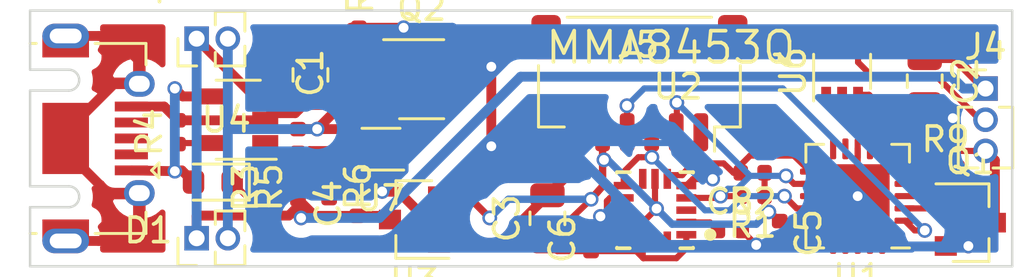
<source format=kicad_pcb>
(kicad_pcb (version 20171130) (host pcbnew "(5.1.5)-3")

  (general
    (thickness 1.6)
    (drawings 5)
    (tracks 309)
    (zones 0)
    (modules 31)
    (nets 24)
  )

  (page A4)
  (layers
    (0 F.Cu signal)
    (31 B.Cu signal)
    (32 B.Adhes user hide)
    (33 F.Adhes user hide)
    (34 B.Paste user hide)
    (35 F.Paste user hide)
    (36 B.SilkS user)
    (37 F.SilkS user hide)
    (38 B.Mask user hide)
    (39 F.Mask user hide)
    (40 Dwgs.User user)
    (41 Cmts.User user)
    (42 Eco1.User user)
    (43 Eco2.User user)
    (44 Edge.Cuts user)
    (45 Margin user)
    (46 B.CrtYd user)
    (47 F.CrtYd user)
    (48 B.Fab user)
    (49 F.Fab user hide)
  )

  (setup
    (last_trace_width 0.249936)
    (user_trace_width 0.249936)
    (user_trace_width 0.299974)
    (user_trace_width 0.40005)
    (trace_clearance 0.1524)
    (zone_clearance 0.508)
    (zone_45_only no)
    (trace_min 0.2)
    (via_size 0.6)
    (via_drill 0.4)
    (via_min_size 0.4)
    (via_min_drill 0.3)
    (uvia_size 0.3)
    (uvia_drill 0.1)
    (uvias_allowed no)
    (uvia_min_size 0.2)
    (uvia_min_drill 0.1)
    (edge_width 0.05)
    (segment_width 0.2)
    (pcb_text_width 0.3)
    (pcb_text_size 1.5 1.5)
    (mod_edge_width 0.12)
    (mod_text_size 1 1)
    (mod_text_width 0.15)
    (pad_size 1.524 1.524)
    (pad_drill 0.762)
    (pad_to_mask_clearance 0.051)
    (solder_mask_min_width 0.25)
    (aux_axis_origin 0 0)
    (visible_elements 7FFFFFFF)
    (pcbplotparams
      (layerselection 0x010fc_ffffffff)
      (usegerberextensions false)
      (usegerberattributes false)
      (usegerberadvancedattributes false)
      (creategerberjobfile false)
      (excludeedgelayer true)
      (linewidth 0.100000)
      (plotframeref false)
      (viasonmask false)
      (mode 1)
      (useauxorigin false)
      (hpglpennumber 1)
      (hpglpenspeed 20)
      (hpglpendiameter 15.000000)
      (psnegative false)
      (psa4output false)
      (plotreference true)
      (plotvalue true)
      (plotinvisibletext false)
      (padsonsilk false)
      (subtractmaskfromsilk false)
      (outputformat 1)
      (mirror false)
      (drillshape 1)
      (scaleselection 1)
      (outputdirectory ""))
  )

  (net 0 "")
  (net 1 +BATT)
  (net 2 GND)
  (net 3 +2V5)
  (net 4 "Net-(C7-Pad1)")
  (net 5 -BATT)
  (net 6 "Net-(C8-Pad1)")
  (net 7 "Net-(D1-Pad1)")
  (net 8 VBUS)
  (net 9 "Net-(J1-Pad6)")
  (net 10 LED_INPUT)
  (net 11 LED_PWR)
  (net 12 "Net-(Q2-Pad4)")
  (net 13 "Net-(Q2-Pad3)")
  (net 14 "Net-(Q2-Pad1)")
  (net 15 SCL)
  (net 16 SDA)
  (net 17 "Net-(R3-Pad2)")
  (net 18 "Net-(R4-Pad1)")
  (net 19 "Net-(R6-Pad1)")
  (net 20 LED_CMD)
  (net 21 /RESET)
  (net 22 LED_GND)
  (net 23 INT0)

  (net_class Default "Ceci est la Netclass par défaut."
    (clearance 0.1524)
    (trace_width 0.200152)
    (via_dia 0.6)
    (via_drill 0.4)
    (uvia_dia 0.3)
    (uvia_drill 0.1)
    (add_net +2V5)
    (add_net +BATT)
    (add_net -BATT)
    (add_net /RESET)
    (add_net GND)
    (add_net INT0)
    (add_net LED_CMD)
    (add_net LED_GND)
    (add_net LED_INPUT)
    (add_net LED_PWR)
    (add_net "Net-(C7-Pad1)")
    (add_net "Net-(C8-Pad1)")
    (add_net "Net-(D1-Pad1)")
    (add_net "Net-(J1-Pad6)")
    (add_net "Net-(Q2-Pad1)")
    (add_net "Net-(Q2-Pad3)")
    (add_net "Net-(Q2-Pad4)")
    (add_net "Net-(R3-Pad2)")
    (add_net "Net-(R4-Pad1)")
    (add_net "Net-(R6-Pad1)")
    (add_net SCL)
    (add_net SDA)
    (add_net VBUS)
  )

  (module Package_TO_SOT_SMD:SOT-23-6 (layer F.Cu) (tedit 5A02FF57) (tstamp 5FBDB1A9)
    (at 86.2535 96.012)
    (descr "6-pin SOT-23 package")
    (tags SOT-23-6)
    (path /5F904A36)
    (attr smd)
    (fp_text reference Q2 (at 0 -2.9) (layer F.SilkS)
      (effects (font (size 1 1) (thickness 0.15)))
    )
    (fp_text value DMN2215UDM-7 (at 0 2.9) (layer F.Fab)
      (effects (font (size 1 1) (thickness 0.15)))
    )
    (fp_text user %R (at 0 0 90) (layer F.Fab)
      (effects (font (size 0.5 0.5) (thickness 0.075)))
    )
    (fp_line (start -0.9 1.61) (end 0.9 1.61) (layer F.SilkS) (width 0.12))
    (fp_line (start 0.9 -1.61) (end -1.55 -1.61) (layer F.SilkS) (width 0.12))
    (fp_line (start 1.9 -1.8) (end -1.9 -1.8) (layer F.CrtYd) (width 0.05))
    (fp_line (start 1.9 1.8) (end 1.9 -1.8) (layer F.CrtYd) (width 0.05))
    (fp_line (start -1.9 1.8) (end 1.9 1.8) (layer F.CrtYd) (width 0.05))
    (fp_line (start -1.9 -1.8) (end -1.9 1.8) (layer F.CrtYd) (width 0.05))
    (fp_line (start -0.9 -0.9) (end -0.25 -1.55) (layer F.Fab) (width 0.1))
    (fp_line (start 0.9 -1.55) (end -0.25 -1.55) (layer F.Fab) (width 0.1))
    (fp_line (start -0.9 -0.9) (end -0.9 1.55) (layer F.Fab) (width 0.1))
    (fp_line (start 0.9 1.55) (end -0.9 1.55) (layer F.Fab) (width 0.1))
    (fp_line (start 0.9 -1.55) (end 0.9 1.55) (layer F.Fab) (width 0.1))
    (pad 1 smd rect (at -1.1 -0.95) (size 1.06 0.65) (layers F.Cu F.Paste F.Mask)
      (net 14 "Net-(Q2-Pad1)"))
    (pad 2 smd rect (at -1.1 0) (size 1.06 0.65) (layers F.Cu F.Paste F.Mask)
      (net 5 -BATT))
    (pad 3 smd rect (at -1.1 0.95) (size 1.06 0.65) (layers F.Cu F.Paste F.Mask)
      (net 13 "Net-(Q2-Pad3)"))
    (pad 4 smd rect (at 1.1 0.95) (size 1.06 0.65) (layers F.Cu F.Paste F.Mask)
      (net 12 "Net-(Q2-Pad4)"))
    (pad 6 smd rect (at 1.1 -0.95) (size 1.06 0.65) (layers F.Cu F.Paste F.Mask)
      (net 12 "Net-(Q2-Pad4)"))
    (pad 5 smd rect (at 1.1 0) (size 1.06 0.65) (layers F.Cu F.Paste F.Mask)
      (net 2 GND))
    (model ${KISYS3DMOD}/Package_TO_SOT_SMD.3dshapes/SOT-23-6.wrl
      (at (xyz 0 0 0))
      (scale (xyz 1 1 1))
      (rotate (xyz 0 0 0))
    )
  )

  (module Resistor_SMD:R_0402_1005Metric (layer F.Cu) (tedit 5B301BBD) (tstamp 5FBDBA20)
    (at 107.592 99.6315)
    (descr "Resistor SMD 0402 (1005 Metric), square (rectangular) end terminal, IPC_7351 nominal, (Body size source: http://www.tortai-tech.com/upload/download/2011102023233369053.pdf), generated with kicad-footprint-generator")
    (tags resistor)
    (path /5FBE898D)
    (attr smd)
    (fp_text reference R9 (at 0 -1.17) (layer F.SilkS)
      (effects (font (size 1 1) (thickness 0.15)))
    )
    (fp_text value 56kR (at 0 1.17) (layer F.Fab)
      (effects (font (size 1 1) (thickness 0.15)))
    )
    (fp_line (start -0.5 0.25) (end -0.5 -0.25) (layer F.Fab) (width 0.1))
    (fp_line (start -0.5 -0.25) (end 0.5 -0.25) (layer F.Fab) (width 0.1))
    (fp_line (start 0.5 -0.25) (end 0.5 0.25) (layer F.Fab) (width 0.1))
    (fp_line (start 0.5 0.25) (end -0.5 0.25) (layer F.Fab) (width 0.1))
    (fp_line (start -0.93 0.47) (end -0.93 -0.47) (layer F.CrtYd) (width 0.05))
    (fp_line (start -0.93 -0.47) (end 0.93 -0.47) (layer F.CrtYd) (width 0.05))
    (fp_line (start 0.93 -0.47) (end 0.93 0.47) (layer F.CrtYd) (width 0.05))
    (fp_line (start 0.93 0.47) (end -0.93 0.47) (layer F.CrtYd) (width 0.05))
    (fp_text user %R (at 0 0) (layer F.Fab)
      (effects (font (size 0.25 0.25) (thickness 0.04)))
    )
    (pad 1 smd roundrect (at -0.485 0) (size 0.59 0.64) (layers F.Cu F.Paste F.Mask) (roundrect_rratio 0.25)
      (net 11 LED_PWR))
    (pad 2 smd roundrect (at 0.485 0) (size 0.59 0.64) (layers F.Cu F.Paste F.Mask) (roundrect_rratio 0.25)
      (net 2 GND))
    (model ${KISYS3DMOD}/Resistor_SMD.3dshapes/R_0402_1005Metric.wrl
      (at (xyz 0 0 0))
      (scale (xyz 1 1 1))
      (rotate (xyz 0 0 0))
    )
  )

  (module Package_TO_SOT_SMD:SOT-353_SC-70-5 (layer F.Cu) (tedit 5A02FF57) (tstamp 5FBDB1CD)
    (at 103.378 95.697 90)
    (descr "SOT-353, SC-70-5")
    (tags "SOT-353 SC-70-5")
    (path /5FC32AD7)
    (attr smd)
    (fp_text reference U6 (at 0 -2 90) (layer F.SilkS)
      (effects (font (size 1 1) (thickness 0.15)))
    )
    (fp_text value SN74LV1T34DBVR (at 0 2 270) (layer F.Fab)
      (effects (font (size 1 1) (thickness 0.15)))
    )
    (fp_text user %R (at 0 0) (layer F.Fab)
      (effects (font (size 0.5 0.5) (thickness 0.075)))
    )
    (fp_line (start 0.7 -1.16) (end -1.2 -1.16) (layer F.SilkS) (width 0.12))
    (fp_line (start -0.7 1.16) (end 0.7 1.16) (layer F.SilkS) (width 0.12))
    (fp_line (start 1.6 1.4) (end 1.6 -1.4) (layer F.CrtYd) (width 0.05))
    (fp_line (start -1.6 -1.4) (end -1.6 1.4) (layer F.CrtYd) (width 0.05))
    (fp_line (start -1.6 -1.4) (end 1.6 -1.4) (layer F.CrtYd) (width 0.05))
    (fp_line (start 0.675 -1.1) (end -0.175 -1.1) (layer F.Fab) (width 0.1))
    (fp_line (start -0.675 -0.6) (end -0.675 1.1) (layer F.Fab) (width 0.1))
    (fp_line (start -1.6 1.4) (end 1.6 1.4) (layer F.CrtYd) (width 0.05))
    (fp_line (start 0.675 -1.1) (end 0.675 1.1) (layer F.Fab) (width 0.1))
    (fp_line (start 0.675 1.1) (end -0.675 1.1) (layer F.Fab) (width 0.1))
    (fp_line (start -0.175 -1.1) (end -0.675 -0.6) (layer F.Fab) (width 0.1))
    (pad 1 smd rect (at -0.95 -0.65 90) (size 0.65 0.4) (layers F.Cu F.Paste F.Mask))
    (pad 3 smd rect (at -0.95 0.65 90) (size 0.65 0.4) (layers F.Cu F.Paste F.Mask)
      (net 22 LED_GND))
    (pad 2 smd rect (at -0.95 0 90) (size 0.65 0.4) (layers F.Cu F.Paste F.Mask)
      (net 20 LED_CMD))
    (pad 4 smd rect (at 0.95 0.65 90) (size 0.65 0.4) (layers F.Cu F.Paste F.Mask)
      (net 10 LED_INPUT))
    (pad 5 smd rect (at 0.95 -0.65 90) (size 0.65 0.4) (layers F.Cu F.Paste F.Mask)
      (net 1 +BATT))
    (model ${KISYS3DMOD}/Package_TO_SOT_SMD.3dshapes/SOT-353_SC-70-5.wrl
      (at (xyz 0 0 0))
      (scale (xyz 1 1 1))
      (rotate (xyz 0 0 0))
    )
  )

  (module Capacitor_SMD:C_0805_2012Metric (layer F.Cu) (tedit 5B36C52B) (tstamp 5F96219B)
    (at 81.7245 95.8365 270)
    (descr "Capacitor SMD 0805 (2012 Metric), square (rectangular) end terminal, IPC_7351 nominal, (Body size source: https://docs.google.com/spreadsheets/d/1BsfQQcO9C6DZCsRaXUlFlo91Tg2WpOkGARC1WS5S8t0/edit?usp=sharing), generated with kicad-footprint-generator")
    (tags capacitor)
    (path /5F9261C8)
    (attr smd)
    (fp_text reference C1 (at -0.0785 0 90) (layer F.SilkS)
      (effects (font (size 1 1) (thickness 0.15)))
    )
    (fp_text value 4.7µF (at 0 1.65 90) (layer F.Fab)
      (effects (font (size 1 1) (thickness 0.15)))
    )
    (fp_line (start -1 0.6) (end -1 -0.6) (layer F.Fab) (width 0.1))
    (fp_line (start -1 -0.6) (end 1 -0.6) (layer F.Fab) (width 0.1))
    (fp_line (start 1 -0.6) (end 1 0.6) (layer F.Fab) (width 0.1))
    (fp_line (start 1 0.6) (end -1 0.6) (layer F.Fab) (width 0.1))
    (fp_line (start -0.258578 -0.71) (end 0.258578 -0.71) (layer F.SilkS) (width 0.12))
    (fp_line (start -0.258578 0.71) (end 0.258578 0.71) (layer F.SilkS) (width 0.12))
    (fp_line (start -1.68 0.95) (end -1.68 -0.95) (layer F.CrtYd) (width 0.05))
    (fp_line (start -1.68 -0.95) (end 1.68 -0.95) (layer F.CrtYd) (width 0.05))
    (fp_line (start 1.68 -0.95) (end 1.68 0.95) (layer F.CrtYd) (width 0.05))
    (fp_line (start 1.68 0.95) (end -1.68 0.95) (layer F.CrtYd) (width 0.05))
    (fp_text user %R (at 0 0 90) (layer F.Fab)
      (effects (font (size 0.5 0.5) (thickness 0.08)))
    )
    (pad 1 smd roundrect (at -0.9375 0 270) (size 0.975 1.4) (layers F.Cu F.Paste F.Mask) (roundrect_rratio 0.25)
      (net 1 +BATT))
    (pad 2 smd roundrect (at 0.9375 0 270) (size 0.975 1.4) (layers F.Cu F.Paste F.Mask) (roundrect_rratio 0.25)
      (net 2 GND))
    (model ${KISYS3DMOD}/Capacitor_SMD.3dshapes/C_0805_2012Metric.wrl
      (at (xyz 0 0 0))
      (scale (xyz 1 1 1))
      (rotate (xyz 0 0 0))
    )
  )

  (module Capacitor_SMD:C_0805_2012Metric (layer F.Cu) (tedit 5B36C52B) (tstamp 5F9621AC)
    (at 106.7435 96.0905 270)
    (descr "Capacitor SMD 0805 (2012 Metric), square (rectangular) end terminal, IPC_7351 nominal, (Body size source: https://docs.google.com/spreadsheets/d/1BsfQQcO9C6DZCsRaXUlFlo91Tg2WpOkGARC1WS5S8t0/edit?usp=sharing), generated with kicad-footprint-generator")
    (tags capacitor)
    (path /5F97AA4C)
    (attr smd)
    (fp_text reference C2 (at 0 -1.65 90) (layer F.SilkS)
      (effects (font (size 1 1) (thickness 0.15)))
    )
    (fp_text value 4.7µF (at 0 1.65 90) (layer F.Fab)
      (effects (font (size 1 1) (thickness 0.15)))
    )
    (fp_text user %R (at 0 0 90) (layer F.Fab)
      (effects (font (size 0.5 0.5) (thickness 0.08)))
    )
    (fp_line (start 1.68 0.95) (end -1.68 0.95) (layer F.CrtYd) (width 0.05))
    (fp_line (start 1.68 -0.95) (end 1.68 0.95) (layer F.CrtYd) (width 0.05))
    (fp_line (start -1.68 -0.95) (end 1.68 -0.95) (layer F.CrtYd) (width 0.05))
    (fp_line (start -1.68 0.95) (end -1.68 -0.95) (layer F.CrtYd) (width 0.05))
    (fp_line (start -0.258578 0.71) (end 0.258578 0.71) (layer F.SilkS) (width 0.12))
    (fp_line (start -0.258578 -0.71) (end 0.258578 -0.71) (layer F.SilkS) (width 0.12))
    (fp_line (start 1 0.6) (end -1 0.6) (layer F.Fab) (width 0.1))
    (fp_line (start 1 -0.6) (end 1 0.6) (layer F.Fab) (width 0.1))
    (fp_line (start -1 -0.6) (end 1 -0.6) (layer F.Fab) (width 0.1))
    (fp_line (start -1 0.6) (end -1 -0.6) (layer F.Fab) (width 0.1))
    (pad 2 smd roundrect (at 0.9375 0 270) (size 0.975 1.4) (layers F.Cu F.Paste F.Mask) (roundrect_rratio 0.25)
      (net 2 GND))
    (pad 1 smd roundrect (at -0.9375 0 270) (size 0.975 1.4) (layers F.Cu F.Paste F.Mask) (roundrect_rratio 0.25)
      (net 1 +BATT))
    (model ${KISYS3DMOD}/Capacitor_SMD.3dshapes/C_0805_2012Metric.wrl
      (at (xyz 0 0 0))
      (scale (xyz 1 1 1))
      (rotate (xyz 0 0 0))
    )
  )

  (module Capacitor_SMD:C_0805_2012Metric (layer F.Cu) (tedit 5B36C52B) (tstamp 5F96C247)
    (at 91.3765 101.6785 90)
    (descr "Capacitor SMD 0805 (2012 Metric), square (rectangular) end terminal, IPC_7351 nominal, (Body size source: https://docs.google.com/spreadsheets/d/1BsfQQcO9C6DZCsRaXUlFlo91Tg2WpOkGARC1WS5S8t0/edit?usp=sharing), generated with kicad-footprint-generator")
    (tags capacitor)
    (path /5F958138)
    (attr smd)
    (fp_text reference C3 (at 0 -1.65 90) (layer F.SilkS)
      (effects (font (size 1 1) (thickness 0.15)))
    )
    (fp_text value 4.7µF (at 0 1.65 90) (layer F.Fab)
      (effects (font (size 1 1) (thickness 0.15)))
    )
    (fp_line (start -1 0.6) (end -1 -0.6) (layer F.Fab) (width 0.1))
    (fp_line (start -1 -0.6) (end 1 -0.6) (layer F.Fab) (width 0.1))
    (fp_line (start 1 -0.6) (end 1 0.6) (layer F.Fab) (width 0.1))
    (fp_line (start 1 0.6) (end -1 0.6) (layer F.Fab) (width 0.1))
    (fp_line (start -0.258578 -0.71) (end 0.258578 -0.71) (layer F.SilkS) (width 0.12))
    (fp_line (start -0.258578 0.71) (end 0.258578 0.71) (layer F.SilkS) (width 0.12))
    (fp_line (start -1.68 0.95) (end -1.68 -0.95) (layer F.CrtYd) (width 0.05))
    (fp_line (start -1.68 -0.95) (end 1.68 -0.95) (layer F.CrtYd) (width 0.05))
    (fp_line (start 1.68 -0.95) (end 1.68 0.95) (layer F.CrtYd) (width 0.05))
    (fp_line (start 1.68 0.95) (end -1.68 0.95) (layer F.CrtYd) (width 0.05))
    (fp_text user %R (at 0 0 90) (layer F.Fab)
      (effects (font (size 0.5 0.5) (thickness 0.08)))
    )
    (pad 1 smd roundrect (at -0.9375 0 90) (size 0.975 1.4) (layers F.Cu F.Paste F.Mask) (roundrect_rratio 0.25)
      (net 3 +2V5))
    (pad 2 smd roundrect (at 0.9375 0 90) (size 0.975 1.4) (layers F.Cu F.Paste F.Mask) (roundrect_rratio 0.25)
      (net 2 GND))
    (model ${KISYS3DMOD}/Capacitor_SMD.3dshapes/C_0805_2012Metric.wrl
      (at (xyz 0 0 0))
      (scale (xyz 1 1 1))
      (rotate (xyz 0 0 0))
    )
  )

  (module Capacitor_SMD:C_0402_1005Metric (layer F.Cu) (tedit 5B301BBE) (tstamp 5F9AC345)
    (at 83.6295 101.092 90)
    (descr "Capacitor SMD 0402 (1005 Metric), square (rectangular) end terminal, IPC_7351 nominal, (Body size source: http://www.tortai-tech.com/upload/download/2011102023233369053.pdf), generated with kicad-footprint-generator")
    (tags capacitor)
    (path /5F954195)
    (attr smd)
    (fp_text reference C4 (at 0 -1.17 90) (layer F.SilkS)
      (effects (font (size 1 1) (thickness 0.15)))
    )
    (fp_text value 1µF (at 0 1.17 90) (layer F.Fab)
      (effects (font (size 1 1) (thickness 0.15)))
    )
    (fp_line (start -0.5 0.25) (end -0.5 -0.25) (layer F.Fab) (width 0.1))
    (fp_line (start -0.5 -0.25) (end 0.5 -0.25) (layer F.Fab) (width 0.1))
    (fp_line (start 0.5 -0.25) (end 0.5 0.25) (layer F.Fab) (width 0.1))
    (fp_line (start 0.5 0.25) (end -0.5 0.25) (layer F.Fab) (width 0.1))
    (fp_line (start -0.93 0.47) (end -0.93 -0.47) (layer F.CrtYd) (width 0.05))
    (fp_line (start -0.93 -0.47) (end 0.93 -0.47) (layer F.CrtYd) (width 0.05))
    (fp_line (start 0.93 -0.47) (end 0.93 0.47) (layer F.CrtYd) (width 0.05))
    (fp_line (start 0.93 0.47) (end -0.93 0.47) (layer F.CrtYd) (width 0.05))
    (fp_text user %R (at 0 0 90) (layer F.Fab)
      (effects (font (size 0.25 0.25) (thickness 0.04)))
    )
    (pad 1 smd roundrect (at -0.485 0 90) (size 0.59 0.64) (layers F.Cu F.Paste F.Mask) (roundrect_rratio 0.25)
      (net 1 +BATT))
    (pad 2 smd roundrect (at 0.485 0 90) (size 0.59 0.64) (layers F.Cu F.Paste F.Mask) (roundrect_rratio 0.25)
      (net 2 GND))
    (model ${KISYS3DMOD}/Capacitor_SMD.3dshapes/C_0402_1005Metric.wrl
      (at (xyz 0 0 0))
      (scale (xyz 1 1 1))
      (rotate (xyz 0 0 0))
    )
  )

  (module Capacitor_SMD:C_0402_1005Metric (layer F.Cu) (tedit 5B301BBE) (tstamp 5F9621DB)
    (at 100.838 102.2755 270)
    (descr "Capacitor SMD 0402 (1005 Metric), square (rectangular) end terminal, IPC_7351 nominal, (Body size source: http://www.tortai-tech.com/upload/download/2011102023233369053.pdf), generated with kicad-footprint-generator")
    (tags capacitor)
    (path /5F974B1F)
    (attr smd)
    (fp_text reference C5 (at 0 -1.17 90) (layer F.SilkS)
      (effects (font (size 1 1) (thickness 0.15)))
    )
    (fp_text value 100nF (at 0 1.17 90) (layer F.Fab)
      (effects (font (size 1 1) (thickness 0.15)))
    )
    (fp_line (start -0.5 0.25) (end -0.5 -0.25) (layer F.Fab) (width 0.1))
    (fp_line (start -0.5 -0.25) (end 0.5 -0.25) (layer F.Fab) (width 0.1))
    (fp_line (start 0.5 -0.25) (end 0.5 0.25) (layer F.Fab) (width 0.1))
    (fp_line (start 0.5 0.25) (end -0.5 0.25) (layer F.Fab) (width 0.1))
    (fp_line (start -0.93 0.47) (end -0.93 -0.47) (layer F.CrtYd) (width 0.05))
    (fp_line (start -0.93 -0.47) (end 0.93 -0.47) (layer F.CrtYd) (width 0.05))
    (fp_line (start 0.93 -0.47) (end 0.93 0.47) (layer F.CrtYd) (width 0.05))
    (fp_line (start 0.93 0.47) (end -0.93 0.47) (layer F.CrtYd) (width 0.05))
    (fp_text user %R (at 0 0 90) (layer F.Fab)
      (effects (font (size 0.25 0.25) (thickness 0.04)))
    )
    (pad 1 smd roundrect (at -0.485 0 270) (size 0.59 0.64) (layers F.Cu F.Paste F.Mask) (roundrect_rratio 0.25)
      (net 3 +2V5))
    (pad 2 smd roundrect (at 0.485 0 270) (size 0.59 0.64) (layers F.Cu F.Paste F.Mask) (roundrect_rratio 0.25)
      (net 2 GND))
    (model ${KISYS3DMOD}/Capacitor_SMD.3dshapes/C_0402_1005Metric.wrl
      (at (xyz 0 0 0))
      (scale (xyz 1 1 1))
      (rotate (xyz 0 0 0))
    )
  )

  (module Capacitor_SMD:C_0402_1005Metric (layer F.Cu) (tedit 5B301BBE) (tstamp 5F9AD12A)
    (at 93.1545 102.5295 90)
    (descr "Capacitor SMD 0402 (1005 Metric), square (rectangular) end terminal, IPC_7351 nominal, (Body size source: http://www.tortai-tech.com/upload/download/2011102023233369053.pdf), generated with kicad-footprint-generator")
    (tags capacitor)
    (path /5F959E5E)
    (attr smd)
    (fp_text reference C6 (at 0 -1.17 90) (layer F.SilkS)
      (effects (font (size 1 1) (thickness 0.15)))
    )
    (fp_text value 100nF (at 0 1.17 90) (layer F.Fab)
      (effects (font (size 1 1) (thickness 0.15)))
    )
    (fp_text user %R (at 0 0 90) (layer F.Fab)
      (effects (font (size 0.25 0.25) (thickness 0.04)))
    )
    (fp_line (start 0.93 0.47) (end -0.93 0.47) (layer F.CrtYd) (width 0.05))
    (fp_line (start 0.93 -0.47) (end 0.93 0.47) (layer F.CrtYd) (width 0.05))
    (fp_line (start -0.93 -0.47) (end 0.93 -0.47) (layer F.CrtYd) (width 0.05))
    (fp_line (start -0.93 0.47) (end -0.93 -0.47) (layer F.CrtYd) (width 0.05))
    (fp_line (start 0.5 0.25) (end -0.5 0.25) (layer F.Fab) (width 0.1))
    (fp_line (start 0.5 -0.25) (end 0.5 0.25) (layer F.Fab) (width 0.1))
    (fp_line (start -0.5 -0.25) (end 0.5 -0.25) (layer F.Fab) (width 0.1))
    (fp_line (start -0.5 0.25) (end -0.5 -0.25) (layer F.Fab) (width 0.1))
    (pad 2 smd roundrect (at 0.485 0 90) (size 0.59 0.64) (layers F.Cu F.Paste F.Mask) (roundrect_rratio 0.25)
      (net 2 GND))
    (pad 1 smd roundrect (at -0.485 0 90) (size 0.59 0.64) (layers F.Cu F.Paste F.Mask) (roundrect_rratio 0.25)
      (net 3 +2V5))
    (model ${KISYS3DMOD}/Capacitor_SMD.3dshapes/C_0402_1005Metric.wrl
      (at (xyz 0 0 0))
      (scale (xyz 1 1 1))
      (rotate (xyz 0 0 0))
    )
  )

  (module Capacitor_SMD:C_0402_1005Metric (layer F.Cu) (tedit 5B301BBE) (tstamp 5F9621F9)
    (at 81.2165 98.529 90)
    (descr "Capacitor SMD 0402 (1005 Metric), square (rectangular) end terminal, IPC_7351 nominal, (Body size source: http://www.tortai-tech.com/upload/download/2011102023233369053.pdf), generated with kicad-footprint-generator")
    (tags capacitor)
    (path /5F921269)
    (attr smd)
    (fp_text reference C7 (at -6.9445 3.048 90) (layer F.SilkS)
      (effects (font (size 1 1) (thickness 0.15)))
    )
    (fp_text value 100nF (at 0 1.17 90) (layer F.Fab)
      (effects (font (size 1 1) (thickness 0.15)))
    )
    (fp_line (start -0.5 0.25) (end -0.5 -0.25) (layer F.Fab) (width 0.1))
    (fp_line (start -0.5 -0.25) (end 0.5 -0.25) (layer F.Fab) (width 0.1))
    (fp_line (start 0.5 -0.25) (end 0.5 0.25) (layer F.Fab) (width 0.1))
    (fp_line (start 0.5 0.25) (end -0.5 0.25) (layer F.Fab) (width 0.1))
    (fp_line (start -0.93 0.47) (end -0.93 -0.47) (layer F.CrtYd) (width 0.05))
    (fp_line (start -0.93 -0.47) (end 0.93 -0.47) (layer F.CrtYd) (width 0.05))
    (fp_line (start 0.93 -0.47) (end 0.93 0.47) (layer F.CrtYd) (width 0.05))
    (fp_line (start 0.93 0.47) (end -0.93 0.47) (layer F.CrtYd) (width 0.05))
    (fp_text user %R (at 0 0 90) (layer F.Fab)
      (effects (font (size 0.25 0.25) (thickness 0.04)))
    )
    (pad 1 smd roundrect (at -0.485 0 90) (size 0.59 0.64) (layers F.Cu F.Paste F.Mask) (roundrect_rratio 0.25)
      (net 4 "Net-(C7-Pad1)"))
    (pad 2 smd roundrect (at 0.485 0 90) (size 0.59 0.64) (layers F.Cu F.Paste F.Mask) (roundrect_rratio 0.25)
      (net 5 -BATT))
    (model ${KISYS3DMOD}/Capacitor_SMD.3dshapes/C_0402_1005Metric.wrl
      (at (xyz 0 0 0))
      (scale (xyz 1 1 1))
      (rotate (xyz 0 0 0))
    )
  )

  (module Capacitor_SMD:C_0402_1005Metric (layer F.Cu) (tedit 5B301BBE) (tstamp 5F96C21B)
    (at 98.806 102.1715)
    (descr "Capacitor SMD 0402 (1005 Metric), square (rectangular) end terminal, IPC_7351 nominal, (Body size source: http://www.tortai-tech.com/upload/download/2011102023233369053.pdf), generated with kicad-footprint-generator")
    (tags capacitor)
    (path /5F94BD04)
    (attr smd)
    (fp_text reference C8 (at 0 -1.17) (layer F.SilkS)
      (effects (font (size 1 1) (thickness 0.15)))
    )
    (fp_text value 100nF (at 0 1.17) (layer F.Fab)
      (effects (font (size 1 1) (thickness 0.15)))
    )
    (fp_text user %R (at 0 0) (layer F.Fab)
      (effects (font (size 0.25 0.25) (thickness 0.04)))
    )
    (fp_line (start 0.93 0.47) (end -0.93 0.47) (layer F.CrtYd) (width 0.05))
    (fp_line (start 0.93 -0.47) (end 0.93 0.47) (layer F.CrtYd) (width 0.05))
    (fp_line (start -0.93 -0.47) (end 0.93 -0.47) (layer F.CrtYd) (width 0.05))
    (fp_line (start -0.93 0.47) (end -0.93 -0.47) (layer F.CrtYd) (width 0.05))
    (fp_line (start 0.5 0.25) (end -0.5 0.25) (layer F.Fab) (width 0.1))
    (fp_line (start 0.5 -0.25) (end 0.5 0.25) (layer F.Fab) (width 0.1))
    (fp_line (start -0.5 -0.25) (end 0.5 -0.25) (layer F.Fab) (width 0.1))
    (fp_line (start -0.5 0.25) (end -0.5 -0.25) (layer F.Fab) (width 0.1))
    (pad 2 smd roundrect (at 0.485 0) (size 0.59 0.64) (layers F.Cu F.Paste F.Mask) (roundrect_rratio 0.25)
      (net 2 GND))
    (pad 1 smd roundrect (at -0.485 0) (size 0.59 0.64) (layers F.Cu F.Paste F.Mask) (roundrect_rratio 0.25)
      (net 6 "Net-(C8-Pad1)"))
    (model ${KISYS3DMOD}/Capacitor_SMD.3dshapes/C_0402_1005Metric.wrl
      (at (xyz 0 0 0))
      (scale (xyz 1 1 1))
      (rotate (xyz 0 0 0))
    )
  )

  (module Diode_SMD:D_0603_1608Metric (layer F.Cu) (tedit 5B301BBE) (tstamp 5F96221B)
    (at 77.7495 100.203 180)
    (descr "Diode SMD 0603 (1608 Metric), square (rectangular) end terminal, IPC_7351 nominal, (Body size source: http://www.tortai-tech.com/upload/download/2011102023233369053.pdf), generated with kicad-footprint-generator")
    (tags diode)
    (path /5F9249DD)
    (attr smd)
    (fp_text reference D1 (at 2.629 -1.9685) (layer F.SilkS)
      (effects (font (size 1 1) (thickness 0.15)))
    )
    (fp_text value LED (at 0 1.43) (layer F.Fab)
      (effects (font (size 1 1) (thickness 0.15)))
    )
    (fp_line (start 0.8 -0.4) (end -0.5 -0.4) (layer F.Fab) (width 0.1))
    (fp_line (start -0.5 -0.4) (end -0.8 -0.1) (layer F.Fab) (width 0.1))
    (fp_line (start -0.8 -0.1) (end -0.8 0.4) (layer F.Fab) (width 0.1))
    (fp_line (start -0.8 0.4) (end 0.8 0.4) (layer F.Fab) (width 0.1))
    (fp_line (start 0.8 0.4) (end 0.8 -0.4) (layer F.Fab) (width 0.1))
    (fp_line (start 0.8 -0.735) (end -1.485 -0.735) (layer F.SilkS) (width 0.12))
    (fp_line (start -1.485 -0.735) (end -1.485 0.735) (layer F.SilkS) (width 0.12))
    (fp_line (start -1.485 0.735) (end 0.8 0.735) (layer F.SilkS) (width 0.12))
    (fp_line (start -1.48 0.73) (end -1.48 -0.73) (layer F.CrtYd) (width 0.05))
    (fp_line (start -1.48 -0.73) (end 1.48 -0.73) (layer F.CrtYd) (width 0.05))
    (fp_line (start 1.48 -0.73) (end 1.48 0.73) (layer F.CrtYd) (width 0.05))
    (fp_line (start 1.48 0.73) (end -1.48 0.73) (layer F.CrtYd) (width 0.05))
    (fp_text user %R (at 0 0) (layer F.Fab)
      (effects (font (size 0.4 0.4) (thickness 0.06)))
    )
    (pad 1 smd roundrect (at -0.7875 0 180) (size 0.875 0.95) (layers F.Cu F.Paste F.Mask) (roundrect_rratio 0.25)
      (net 7 "Net-(D1-Pad1)"))
    (pad 2 smd roundrect (at 0.7875 0 180) (size 0.875 0.95) (layers F.Cu F.Paste F.Mask) (roundrect_rratio 0.25)
      (net 8 VBUS))
    (model ${KISYS3DMOD}/Diode_SMD.3dshapes/D_0603_1608Metric.wrl
      (at (xyz 0 0 0))
      (scale (xyz 1 1 1))
      (rotate (xyz 0 0 0))
    )
  )

  (module Connector_USB:USB_Micro-AB_Molex_47590-0001 (layer F.Cu) (tedit 5DAEB89E) (tstamp 5F96224A)
    (at 71.755 98.425 270)
    (descr "Micro USB AB receptable, right-angle inverted (https://www.molex.com/pdm_docs/sd/475900001_sd.pdf)")
    (tags "Micro AB USB SMD")
    (path /5F95C8B1)
    (attr smd)
    (fp_text reference J1 (at -0.0635 3.556 270) (layer F.SilkS)
      (effects (font (size 1 1) (thickness 0.15)))
    )
    (fp_text value USB_B_Micro (at 0 3.5 90) (layer F.Fab)
      (effects (font (size 1 1) (thickness 0.15)))
    )
    (fp_line (start 1 -3.8) (end 1.6 -3.8) (layer F.SilkS) (width 0.12))
    (fp_line (start 1.3 -3.5) (end 1.6 -3.8) (layer F.SilkS) (width 0.12))
    (fp_line (start 1.3 -3.5) (end 1 -3.8) (layer F.SilkS) (width 0.12))
    (fp_line (start -3.87 -3.27) (end -3 -3.27) (layer F.SilkS) (width 0.12))
    (fp_arc (start 2.375 -0.125) (end 1.95 -0.125) (angle 180) (layer Edge.Cuts) (width 0.1))
    (fp_arc (start -2.375 -0.125) (end -2.8 -0.125) (angle 180) (layer Edge.Cuts) (width 0.1))
    (fp_line (start -5.18 2.65) (end 5.18 2.65) (layer F.CrtYd) (width 0.05))
    (fp_line (start -5.18 -4.13) (end -5.18 2.65) (layer F.CrtYd) (width 0.05))
    (fp_line (start 5.18 -4.13) (end 5.18 2.65) (layer F.CrtYd) (width 0.05))
    (fp_line (start -5.18 -4.13) (end 5.18 -4.13) (layer F.CrtYd) (width 0.05))
    (fp_line (start -3.75 -3.15) (end 3.75 -3.15) (layer F.Fab) (width 0.1))
    (fp_line (start 3.75 -3.15) (end 3.75 1.45) (layer F.Fab) (width 0.1))
    (fp_line (start 2.8 1.45) (end 3.75 1.45) (layer Edge.Cuts) (width 0.1))
    (fp_line (start 2.8 -0.125) (end 2.8 1.45) (layer Edge.Cuts) (width 0.1))
    (fp_line (start 1.95 -0.125) (end 1.95 1.45) (layer Edge.Cuts) (width 0.1))
    (fp_line (start -1.95 1.45) (end 1.95 1.45) (layer Edge.Cuts) (width 0.1))
    (fp_line (start -1.95 -0.125) (end -1.95 1.45) (layer Edge.Cuts) (width 0.1))
    (fp_line (start -2.8 -0.125) (end -2.8 1.45) (layer Edge.Cuts) (width 0.1))
    (fp_line (start -3.75 1.45) (end -2.8 1.45) (layer Edge.Cuts) (width 0.1))
    (fp_line (start -3.75 -3.15) (end -3.75 1.45) (layer F.Fab) (width 0.1))
    (fp_line (start -3.75 2.15) (end 3.75 2.15) (layer F.Fab) (width 0.1))
    (fp_line (start 3.87 -3.27) (end 3.87 -1.2) (layer F.SilkS) (width 0.12))
    (fp_line (start -3.87 -3.27) (end -3.87 -1.2) (layer F.SilkS) (width 0.12))
    (fp_line (start 3 -3.27) (end 3.87 -3.27) (layer F.SilkS) (width 0.12))
    (fp_line (start 3.87 1.2) (end 3.87 1.45) (layer F.SilkS) (width 0.12))
    (fp_line (start -3.87 1.2) (end -3.87 1.45) (layer F.SilkS) (width 0.12))
    (fp_text user %R (at 0 -1.5 90) (layer F.Fab)
      (effects (font (size 1 1) (thickness 0.15)))
    )
    (fp_text user "PCB Edge" (at 0 1.45 90) (layer Dwgs.User)
      (effects (font (size 0.4 0.4) (thickness 0.04)))
    )
    (fp_line (start -3.75 1.45) (end 3.75 1.45) (layer F.Fab) (width 0.1))
    (pad 6 thru_hole oval (at -2.225 -3 270) (size 1.05 1.25) (drill oval 0.65 0.85) (layers *.Cu *.Mask)
      (net 9 "Net-(J1-Pad6)"))
    (pad 5 smd rect (at -1.3 -2.675 270) (size 0.4 1.35) (layers F.Cu F.Paste F.Mask)
      (net 2 GND))
    (pad 4 smd rect (at -0.65 -2.675 270) (size 0.4 1.35) (layers F.Cu F.Paste F.Mask))
    (pad 3 smd rect (at 0 -2.675 270) (size 0.4 1.35) (layers F.Cu F.Paste F.Mask))
    (pad 1 smd rect (at 1.3 -2.675 270) (size 0.4 1.35) (layers F.Cu F.Paste F.Mask)
      (net 8 VBUS))
    (pad 6 thru_hole oval (at 2.225 -3 270) (size 1.05 1.25) (drill oval 0.65 0.85) (layers *.Cu *.Mask)
      (net 9 "Net-(J1-Pad6)"))
    (pad 6 thru_hole oval (at -4.175 0 270) (size 1 1.9) (drill oval 0.6 1.3) (layers *.Cu *.Mask)
      (net 9 "Net-(J1-Pad6)"))
    (pad 6 thru_hole oval (at 4.175 0 270) (size 1 1.9) (drill oval 0.6 1.3) (layers *.Cu *.Mask)
      (net 9 "Net-(J1-Pad6)"))
    (pad 2 smd rect (at 0.65 -2.675 270) (size 0.4 1.35) (layers F.Cu F.Paste F.Mask))
    (pad 6 smd rect (at 0 0 270) (size 2.9 1.9) (layers F.Cu F.Paste F.Mask)
      (net 9 "Net-(J1-Pad6)"))
    (pad 6 smd rect (at 3.7375 0 270) (size 0.875 1.9) (layers F.Cu F.Mask)
      (net 9 "Net-(J1-Pad6)"))
    (pad 6 smd rect (at -3.7375 0 270) (size 0.875 1.9) (layers F.Cu F.Mask)
      (net 9 "Net-(J1-Pad6)"))
    (pad "" smd rect (at 3.5 0 270) (size 0.3 0.85) (layers F.Paste))
    (pad "" smd rect (at -3.5 0 270) (size 0.3 0.85) (layers F.Paste))
    (model ${KISYS3DMOD}/Connector_USB.3dshapes/USB_Micro-AB_Molex_47590-0001.wrl
      (at (xyz 0 0 0))
      (scale (xyz 1 1 1))
      (rotate (xyz 0 0 0))
    )
  )

  (module Connector_PinHeader_1.27mm:PinHeader_1x02_P1.27mm_Vertical (layer F.Cu) (tedit 59FED6E3) (tstamp 5F9963FC)
    (at 77.089 94.361 90)
    (descr "Through hole straight pin header, 1x02, 1.27mm pitch, single row")
    (tags "Through hole pin header THT 1x02 1.27mm single row")
    (path /5FA2D664)
    (fp_text reference J2 (at 2.2225 -1.9685 90) (layer F.SilkS)
      (effects (font (size 1 1) (thickness 0.15)))
    )
    (fp_text value Conn_01x02 (at 0 2.965 90) (layer F.Fab)
      (effects (font (size 1 1) (thickness 0.15)))
    )
    (fp_text user %R (at 0 0.635) (layer F.Fab)
      (effects (font (size 1 1) (thickness 0.15)))
    )
    (fp_line (start 1.55 -1.15) (end -1.55 -1.15) (layer F.CrtYd) (width 0.05))
    (fp_line (start 1.55 2.45) (end 1.55 -1.15) (layer F.CrtYd) (width 0.05))
    (fp_line (start -1.55 2.45) (end 1.55 2.45) (layer F.CrtYd) (width 0.05))
    (fp_line (start -1.55 -1.15) (end -1.55 2.45) (layer F.CrtYd) (width 0.05))
    (fp_line (start -1.11 -0.76) (end 0 -0.76) (layer F.SilkS) (width 0.12))
    (fp_line (start -1.11 0) (end -1.11 -0.76) (layer F.SilkS) (width 0.12))
    (fp_line (start 0.563471 0.76) (end 1.11 0.76) (layer F.SilkS) (width 0.12))
    (fp_line (start -1.11 0.76) (end -0.563471 0.76) (layer F.SilkS) (width 0.12))
    (fp_line (start 1.11 0.76) (end 1.11 1.965) (layer F.SilkS) (width 0.12))
    (fp_line (start -1.11 0.76) (end -1.11 1.965) (layer F.SilkS) (width 0.12))
    (fp_line (start 0.30753 1.965) (end 1.11 1.965) (layer F.SilkS) (width 0.12))
    (fp_line (start -1.11 1.965) (end -0.30753 1.965) (layer F.SilkS) (width 0.12))
    (fp_line (start -1.05 -0.11) (end -0.525 -0.635) (layer F.Fab) (width 0.1))
    (fp_line (start -1.05 1.905) (end -1.05 -0.11) (layer F.Fab) (width 0.1))
    (fp_line (start 1.05 1.905) (end -1.05 1.905) (layer F.Fab) (width 0.1))
    (fp_line (start 1.05 -0.635) (end 1.05 1.905) (layer F.Fab) (width 0.1))
    (fp_line (start -0.525 -0.635) (end 1.05 -0.635) (layer F.Fab) (width 0.1))
    (pad 2 thru_hole oval (at 0 1.27 90) (size 1 1) (drill 0.65) (layers *.Cu *.Mask)
      (net 5 -BATT))
    (pad 1 thru_hole rect (at 0 0 90) (size 1 1) (drill 0.65) (layers *.Cu *.Mask)
      (net 1 +BATT))
    (model ${KISYS3DMOD}/Connector_PinHeader_1.27mm.3dshapes/PinHeader_1x02_P1.27mm_Vertical.wrl
      (at (xyz 0 0 0))
      (scale (xyz 1 1 1))
      (rotate (xyz 0 0 0))
    )
  )

  (module Connector_PinHeader_1.27mm:PinHeader_1x02_P1.27mm_Vertical (layer F.Cu) (tedit 59FED6E3) (tstamp 5F96227A)
    (at 77.089 102.489 90)
    (descr "Through hole straight pin header, 1x02, 1.27mm pitch, single row")
    (tags "Through hole pin header THT 1x02 1.27mm single row")
    (path /5FA2D02F)
    (fp_text reference J3 (at -2.413 -1.9685 90) (layer F.SilkS)
      (effects (font (size 1 1) (thickness 0.15)))
    )
    (fp_text value Conn_01x02 (at 0 2.965 90) (layer F.Fab)
      (effects (font (size 1 1) (thickness 0.15)))
    )
    (fp_line (start -0.525 -0.635) (end 1.05 -0.635) (layer F.Fab) (width 0.1))
    (fp_line (start 1.05 -0.635) (end 1.05 1.905) (layer F.Fab) (width 0.1))
    (fp_line (start 1.05 1.905) (end -1.05 1.905) (layer F.Fab) (width 0.1))
    (fp_line (start -1.05 1.905) (end -1.05 -0.11) (layer F.Fab) (width 0.1))
    (fp_line (start -1.05 -0.11) (end -0.525 -0.635) (layer F.Fab) (width 0.1))
    (fp_line (start -1.11 1.965) (end -0.30753 1.965) (layer F.SilkS) (width 0.12))
    (fp_line (start 0.30753 1.965) (end 1.11 1.965) (layer F.SilkS) (width 0.12))
    (fp_line (start -1.11 0.76) (end -1.11 1.965) (layer F.SilkS) (width 0.12))
    (fp_line (start 1.11 0.76) (end 1.11 1.965) (layer F.SilkS) (width 0.12))
    (fp_line (start -1.11 0.76) (end -0.563471 0.76) (layer F.SilkS) (width 0.12))
    (fp_line (start 0.563471 0.76) (end 1.11 0.76) (layer F.SilkS) (width 0.12))
    (fp_line (start -1.11 0) (end -1.11 -0.76) (layer F.SilkS) (width 0.12))
    (fp_line (start -1.11 -0.76) (end 0 -0.76) (layer F.SilkS) (width 0.12))
    (fp_line (start -1.55 -1.15) (end -1.55 2.45) (layer F.CrtYd) (width 0.05))
    (fp_line (start -1.55 2.45) (end 1.55 2.45) (layer F.CrtYd) (width 0.05))
    (fp_line (start 1.55 2.45) (end 1.55 -1.15) (layer F.CrtYd) (width 0.05))
    (fp_line (start 1.55 -1.15) (end -1.55 -1.15) (layer F.CrtYd) (width 0.05))
    (fp_text user %R (at 0 0.635) (layer F.Fab)
      (effects (font (size 1 1) (thickness 0.15)))
    )
    (pad 1 thru_hole rect (at 0 0 90) (size 1 1) (drill 0.65) (layers *.Cu *.Mask)
      (net 1 +BATT))
    (pad 2 thru_hole oval (at 0 1.27 90) (size 1 1) (drill 0.65) (layers *.Cu *.Mask)
      (net 5 -BATT))
    (model ${KISYS3DMOD}/Connector_PinHeader_1.27mm.3dshapes/PinHeader_1x02_P1.27mm_Vertical.wrl
      (at (xyz 0 0 0))
      (scale (xyz 1 1 1))
      (rotate (xyz 0 0 0))
    )
  )

  (module Connector_PinHeader_1.27mm:PinHeader_1x03_P1.27mm_Vertical (layer F.Cu) (tedit 59FED6E3) (tstamp 5F96319C)
    (at 109.22 96.393)
    (descr "Through hole straight pin header, 1x03, 1.27mm pitch, single row")
    (tags "Through hole pin header THT 1x03 1.27mm single row")
    (path /5F9803C3)
    (fp_text reference J4 (at 0 -1.695) (layer F.SilkS)
      (effects (font (size 1 1) (thickness 0.15)))
    )
    (fp_text value Conn_01x03 (at 0 4.235) (layer F.Fab)
      (effects (font (size 1 1) (thickness 0.15)))
    )
    (fp_line (start -0.525 -0.635) (end 1.05 -0.635) (layer F.Fab) (width 0.1))
    (fp_line (start 1.05 -0.635) (end 1.05 3.175) (layer F.Fab) (width 0.1))
    (fp_line (start 1.05 3.175) (end -1.05 3.175) (layer F.Fab) (width 0.1))
    (fp_line (start -1.05 3.175) (end -1.05 -0.11) (layer F.Fab) (width 0.1))
    (fp_line (start -1.05 -0.11) (end -0.525 -0.635) (layer F.Fab) (width 0.1))
    (fp_line (start -1.11 3.235) (end -0.30753 3.235) (layer F.SilkS) (width 0.12))
    (fp_line (start 0.30753 3.235) (end 1.11 3.235) (layer F.SilkS) (width 0.12))
    (fp_line (start -1.11 0.76) (end -1.11 3.235) (layer F.SilkS) (width 0.12))
    (fp_line (start 1.11 0.76) (end 1.11 3.235) (layer F.SilkS) (width 0.12))
    (fp_line (start -1.11 0.76) (end -0.563471 0.76) (layer F.SilkS) (width 0.12))
    (fp_line (start 0.563471 0.76) (end 1.11 0.76) (layer F.SilkS) (width 0.12))
    (fp_line (start -1.11 0) (end -1.11 -0.76) (layer F.SilkS) (width 0.12))
    (fp_line (start -1.11 -0.76) (end 0 -0.76) (layer F.SilkS) (width 0.12))
    (fp_line (start -1.55 -1.15) (end -1.55 3.7) (layer F.CrtYd) (width 0.05))
    (fp_line (start -1.55 3.7) (end 1.55 3.7) (layer F.CrtYd) (width 0.05))
    (fp_line (start 1.55 3.7) (end 1.55 -1.15) (layer F.CrtYd) (width 0.05))
    (fp_line (start 1.55 -1.15) (end -1.55 -1.15) (layer F.CrtYd) (width 0.05))
    (fp_text user %R (at 0 1.27 90) (layer F.Fab)
      (effects (font (size 1 1) (thickness 0.15)))
    )
    (pad 1 thru_hole rect (at 0 0) (size 1 1) (drill 0.65) (layers *.Cu *.Mask)
      (net 1 +BATT))
    (pad 2 thru_hole oval (at 0 1.27) (size 1 1) (drill 0.65) (layers *.Cu *.Mask)
      (net 10 LED_INPUT))
    (pad 3 thru_hole oval (at 0 2.54) (size 1 1) (drill 0.65) (layers *.Cu *.Mask)
      (net 22 LED_GND))
    (model ${KISYS3DMOD}/Connector_PinHeader_1.27mm.3dshapes/PinHeader_1x03_P1.27mm_Vertical.wrl
      (at (xyz 0 0 0))
      (scale (xyz 1 1 1))
      (rotate (xyz 0 0 0))
    )
  )

  (module Package_TO_SOT_SMD:SOT-23 (layer F.Cu) (tedit 5A02FF57) (tstamp 5F9AB084)
    (at 108.601 101.854)
    (descr "SOT-23, Standard")
    (tags SOT-23)
    (path /5FA1771E)
    (attr smd)
    (fp_text reference Q1 (at 0 -2.5) (layer F.SilkS)
      (effects (font (size 1 1) (thickness 0.15)))
    )
    (fp_text value PMV20XNEAR (at 0 2.5) (layer F.Fab)
      (effects (font (size 1 1) (thickness 0.15)))
    )
    (fp_line (start 0.76 1.58) (end -0.7 1.58) (layer F.SilkS) (width 0.12))
    (fp_line (start 0.76 -1.58) (end -1.4 -1.58) (layer F.SilkS) (width 0.12))
    (fp_line (start -1.7 1.75) (end -1.7 -1.75) (layer F.CrtYd) (width 0.05))
    (fp_line (start 1.7 1.75) (end -1.7 1.75) (layer F.CrtYd) (width 0.05))
    (fp_line (start 1.7 -1.75) (end 1.7 1.75) (layer F.CrtYd) (width 0.05))
    (fp_line (start -1.7 -1.75) (end 1.7 -1.75) (layer F.CrtYd) (width 0.05))
    (fp_line (start 0.76 -1.58) (end 0.76 -0.65) (layer F.SilkS) (width 0.12))
    (fp_line (start 0.76 1.58) (end 0.76 0.65) (layer F.SilkS) (width 0.12))
    (fp_line (start -0.7 1.52) (end 0.7 1.52) (layer F.Fab) (width 0.1))
    (fp_line (start 0.7 -1.52) (end 0.7 1.52) (layer F.Fab) (width 0.1))
    (fp_line (start -0.7 -0.95) (end -0.15 -1.52) (layer F.Fab) (width 0.1))
    (fp_line (start -0.15 -1.52) (end 0.7 -1.52) (layer F.Fab) (width 0.1))
    (fp_line (start -0.7 -0.95) (end -0.7 1.5) (layer F.Fab) (width 0.1))
    (fp_text user %R (at 0 0 90) (layer F.Fab)
      (effects (font (size 0.5 0.5) (thickness 0.075)))
    )
    (pad 3 smd rect (at 1 0) (size 0.9 0.8) (layers F.Cu F.Paste F.Mask)
      (net 22 LED_GND))
    (pad 2 smd rect (at -1 0.95) (size 0.9 0.8) (layers F.Cu F.Paste F.Mask)
      (net 2 GND))
    (pad 1 smd rect (at -1 -0.95) (size 0.9 0.8) (layers F.Cu F.Paste F.Mask)
      (net 11 LED_PWR))
    (model ${KISYS3DMOD}/Package_TO_SOT_SMD.3dshapes/SOT-23.wrl
      (at (xyz 0 0 0))
      (scale (xyz 1 1 1))
      (rotate (xyz 0 0 0))
    )
  )

  (module Resistor_SMD:R_0402_1005Metric (layer F.Cu) (tedit 5B301BBD) (tstamp 5F9622CD)
    (at 99.7355 100.7745 180)
    (descr "Resistor SMD 0402 (1005 Metric), square (rectangular) end terminal, IPC_7351 nominal, (Body size source: http://www.tortai-tech.com/upload/download/2011102023233369053.pdf), generated with kicad-footprint-generator")
    (tags resistor)
    (path /5F93D722)
    (attr smd)
    (fp_text reference R1 (at 0 -1.17) (layer F.SilkS)
      (effects (font (size 1 1) (thickness 0.15)))
    )
    (fp_text value 4.7kR (at 0 1.17) (layer F.Fab)
      (effects (font (size 1 1) (thickness 0.15)))
    )
    (fp_text user %R (at 0 0) (layer F.Fab)
      (effects (font (size 0.25 0.25) (thickness 0.04)))
    )
    (fp_line (start 0.93 0.47) (end -0.93 0.47) (layer F.CrtYd) (width 0.05))
    (fp_line (start 0.93 -0.47) (end 0.93 0.47) (layer F.CrtYd) (width 0.05))
    (fp_line (start -0.93 -0.47) (end 0.93 -0.47) (layer F.CrtYd) (width 0.05))
    (fp_line (start -0.93 0.47) (end -0.93 -0.47) (layer F.CrtYd) (width 0.05))
    (fp_line (start 0.5 0.25) (end -0.5 0.25) (layer F.Fab) (width 0.1))
    (fp_line (start 0.5 -0.25) (end 0.5 0.25) (layer F.Fab) (width 0.1))
    (fp_line (start -0.5 -0.25) (end 0.5 -0.25) (layer F.Fab) (width 0.1))
    (fp_line (start -0.5 0.25) (end -0.5 -0.25) (layer F.Fab) (width 0.1))
    (pad 2 smd roundrect (at 0.485 0 180) (size 0.59 0.64) (layers F.Cu F.Paste F.Mask) (roundrect_rratio 0.25)
      (net 15 SCL))
    (pad 1 smd roundrect (at -0.485 0 180) (size 0.59 0.64) (layers F.Cu F.Paste F.Mask) (roundrect_rratio 0.25)
      (net 3 +2V5))
    (model ${KISYS3DMOD}/Resistor_SMD.3dshapes/R_0402_1005Metric.wrl
      (at (xyz 0 0 0))
      (scale (xyz 1 1 1))
      (rotate (xyz 0 0 0))
    )
  )

  (module Resistor_SMD:R_0402_1005Metric (layer F.Cu) (tedit 5B301BBD) (tstamp 5F9622DC)
    (at 99.7355 99.822 180)
    (descr "Resistor SMD 0402 (1005 Metric), square (rectangular) end terminal, IPC_7351 nominal, (Body size source: http://www.tortai-tech.com/upload/download/2011102023233369053.pdf), generated with kicad-footprint-generator")
    (tags resistor)
    (path /5F93D00D)
    (attr smd)
    (fp_text reference R2 (at 0 -1.17) (layer F.SilkS)
      (effects (font (size 1 1) (thickness 0.15)))
    )
    (fp_text value 4.7kR (at 0 1.17) (layer F.Fab)
      (effects (font (size 1 1) (thickness 0.15)))
    )
    (fp_line (start -0.5 0.25) (end -0.5 -0.25) (layer F.Fab) (width 0.1))
    (fp_line (start -0.5 -0.25) (end 0.5 -0.25) (layer F.Fab) (width 0.1))
    (fp_line (start 0.5 -0.25) (end 0.5 0.25) (layer F.Fab) (width 0.1))
    (fp_line (start 0.5 0.25) (end -0.5 0.25) (layer F.Fab) (width 0.1))
    (fp_line (start -0.93 0.47) (end -0.93 -0.47) (layer F.CrtYd) (width 0.05))
    (fp_line (start -0.93 -0.47) (end 0.93 -0.47) (layer F.CrtYd) (width 0.05))
    (fp_line (start 0.93 -0.47) (end 0.93 0.47) (layer F.CrtYd) (width 0.05))
    (fp_line (start 0.93 0.47) (end -0.93 0.47) (layer F.CrtYd) (width 0.05))
    (fp_text user %R (at 0 0) (layer F.Fab)
      (effects (font (size 0.25 0.25) (thickness 0.04)))
    )
    (pad 1 smd roundrect (at -0.485 0 180) (size 0.59 0.64) (layers F.Cu F.Paste F.Mask) (roundrect_rratio 0.25)
      (net 3 +2V5))
    (pad 2 smd roundrect (at 0.485 0 180) (size 0.59 0.64) (layers F.Cu F.Paste F.Mask) (roundrect_rratio 0.25)
      (net 16 SDA))
    (model ${KISYS3DMOD}/Resistor_SMD.3dshapes/R_0402_1005Metric.wrl
      (at (xyz 0 0 0))
      (scale (xyz 1 1 1))
      (rotate (xyz 0 0 0))
    )
  )

  (module Resistor_SMD:R_0402_1005Metric (layer F.Cu) (tedit 5B301BBD) (tstamp 5F9622EB)
    (at 80.264 100.434 90)
    (descr "Resistor SMD 0402 (1005 Metric), square (rectangular) end terminal, IPC_7351 nominal, (Body size source: http://www.tortai-tech.com/upload/download/2011102023233369053.pdf), generated with kicad-footprint-generator")
    (tags resistor)
    (path /5F925999)
    (attr smd)
    (fp_text reference R3 (at 0 -1.17 90) (layer F.SilkS)
      (effects (font (size 1 1) (thickness 0.15)))
    )
    (fp_text value 4.7kR (at 0 1.17 90) (layer F.Fab)
      (effects (font (size 1 1) (thickness 0.15)))
    )
    (fp_line (start -0.5 0.25) (end -0.5 -0.25) (layer F.Fab) (width 0.1))
    (fp_line (start -0.5 -0.25) (end 0.5 -0.25) (layer F.Fab) (width 0.1))
    (fp_line (start 0.5 -0.25) (end 0.5 0.25) (layer F.Fab) (width 0.1))
    (fp_line (start 0.5 0.25) (end -0.5 0.25) (layer F.Fab) (width 0.1))
    (fp_line (start -0.93 0.47) (end -0.93 -0.47) (layer F.CrtYd) (width 0.05))
    (fp_line (start -0.93 -0.47) (end 0.93 -0.47) (layer F.CrtYd) (width 0.05))
    (fp_line (start 0.93 -0.47) (end 0.93 0.47) (layer F.CrtYd) (width 0.05))
    (fp_line (start 0.93 0.47) (end -0.93 0.47) (layer F.CrtYd) (width 0.05))
    (fp_text user %R (at 0 0 90) (layer F.Fab)
      (effects (font (size 0.25 0.25) (thickness 0.04)))
    )
    (pad 1 smd roundrect (at -0.485 0 90) (size 0.59 0.64) (layers F.Cu F.Paste F.Mask) (roundrect_rratio 0.25)
      (net 7 "Net-(D1-Pad1)"))
    (pad 2 smd roundrect (at 0.485 0 90) (size 0.59 0.64) (layers F.Cu F.Paste F.Mask) (roundrect_rratio 0.25)
      (net 17 "Net-(R3-Pad2)"))
    (model ${KISYS3DMOD}/Resistor_SMD.3dshapes/R_0402_1005Metric.wrl
      (at (xyz 0 0 0))
      (scale (xyz 1 1 1))
      (rotate (xyz 0 0 0))
    )
  )

  (module Resistor_SMD:R_0402_1005Metric (layer F.Cu) (tedit 5B301BBD) (tstamp 5F9622FA)
    (at 76.327 98.171 90)
    (descr "Resistor SMD 0402 (1005 Metric), square (rectangular) end terminal, IPC_7351 nominal, (Body size source: http://www.tortai-tech.com/upload/download/2011102023233369053.pdf), generated with kicad-footprint-generator")
    (tags resistor)
    (path /5F925FD4)
    (attr smd)
    (fp_text reference R4 (at 0 -1.17 90) (layer F.SilkS)
      (effects (font (size 1 1) (thickness 0.15)))
    )
    (fp_text value 2kR (at 0 1.17 90) (layer F.Fab)
      (effects (font (size 1 1) (thickness 0.15)))
    )
    (fp_text user %R (at 0 0 90) (layer F.Fab)
      (effects (font (size 0.25 0.25) (thickness 0.04)))
    )
    (fp_line (start 0.93 0.47) (end -0.93 0.47) (layer F.CrtYd) (width 0.05))
    (fp_line (start 0.93 -0.47) (end 0.93 0.47) (layer F.CrtYd) (width 0.05))
    (fp_line (start -0.93 -0.47) (end 0.93 -0.47) (layer F.CrtYd) (width 0.05))
    (fp_line (start -0.93 0.47) (end -0.93 -0.47) (layer F.CrtYd) (width 0.05))
    (fp_line (start 0.5 0.25) (end -0.5 0.25) (layer F.Fab) (width 0.1))
    (fp_line (start 0.5 -0.25) (end 0.5 0.25) (layer F.Fab) (width 0.1))
    (fp_line (start -0.5 -0.25) (end 0.5 -0.25) (layer F.Fab) (width 0.1))
    (fp_line (start -0.5 0.25) (end -0.5 -0.25) (layer F.Fab) (width 0.1))
    (pad 2 smd roundrect (at 0.485 0 90) (size 0.59 0.64) (layers F.Cu F.Paste F.Mask) (roundrect_rratio 0.25)
      (net 2 GND))
    (pad 1 smd roundrect (at -0.485 0 90) (size 0.59 0.64) (layers F.Cu F.Paste F.Mask) (roundrect_rratio 0.25)
      (net 18 "Net-(R4-Pad1)"))
    (model ${KISYS3DMOD}/Resistor_SMD.3dshapes/R_0402_1005Metric.wrl
      (at (xyz 0 0 0))
      (scale (xyz 1 1 1))
      (rotate (xyz 0 0 0))
    )
  )

  (module Resistor_SMD:R_0402_1005Metric (layer F.Cu) (tedit 5B301BBD) (tstamp 5F962309)
    (at 81.2165 100.4165 90)
    (descr "Resistor SMD 0402 (1005 Metric), square (rectangular) end terminal, IPC_7351 nominal, (Body size source: http://www.tortai-tech.com/upload/download/2011102023233369053.pdf), generated with kicad-footprint-generator")
    (tags resistor)
    (path /5F916FE8)
    (attr smd)
    (fp_text reference R5 (at 0 -1.17 90) (layer F.SilkS)
      (effects (font (size 1 1) (thickness 0.15)))
    )
    (fp_text value 330R (at 0 1.17 90) (layer F.Fab)
      (effects (font (size 1 1) (thickness 0.15)))
    )
    (fp_line (start -0.5 0.25) (end -0.5 -0.25) (layer F.Fab) (width 0.1))
    (fp_line (start -0.5 -0.25) (end 0.5 -0.25) (layer F.Fab) (width 0.1))
    (fp_line (start 0.5 -0.25) (end 0.5 0.25) (layer F.Fab) (width 0.1))
    (fp_line (start 0.5 0.25) (end -0.5 0.25) (layer F.Fab) (width 0.1))
    (fp_line (start -0.93 0.47) (end -0.93 -0.47) (layer F.CrtYd) (width 0.05))
    (fp_line (start -0.93 -0.47) (end 0.93 -0.47) (layer F.CrtYd) (width 0.05))
    (fp_line (start 0.93 -0.47) (end 0.93 0.47) (layer F.CrtYd) (width 0.05))
    (fp_line (start 0.93 0.47) (end -0.93 0.47) (layer F.CrtYd) (width 0.05))
    (fp_text user %R (at 0 0 90) (layer F.Fab)
      (effects (font (size 0.25 0.25) (thickness 0.04)))
    )
    (pad 1 smd roundrect (at -0.485 0 90) (size 0.59 0.64) (layers F.Cu F.Paste F.Mask) (roundrect_rratio 0.25)
      (net 1 +BATT))
    (pad 2 smd roundrect (at 0.485 0 90) (size 0.59 0.64) (layers F.Cu F.Paste F.Mask) (roundrect_rratio 0.25)
      (net 4 "Net-(C7-Pad1)"))
    (model ${KISYS3DMOD}/Resistor_SMD.3dshapes/R_0402_1005Metric.wrl
      (at (xyz 0 0 0))
      (scale (xyz 1 1 1))
      (rotate (xyz 0 0 0))
    )
  )

  (module Resistor_SMD:R_0402_1005Metric (layer F.Cu) (tedit 5B301BBD) (tstamp 5F962318)
    (at 82.4865 100.3705 270)
    (descr "Resistor SMD 0402 (1005 Metric), square (rectangular) end terminal, IPC_7351 nominal, (Body size source: http://www.tortai-tech.com/upload/download/2011102023233369053.pdf), generated with kicad-footprint-generator")
    (tags resistor)
    (path /5F917270)
    (attr smd)
    (fp_text reference R6 (at 0 -1.17 90) (layer F.SilkS)
      (effects (font (size 1 1) (thickness 0.15)))
    )
    (fp_text value 2.2kR (at 0 1.17 90) (layer F.Fab)
      (effects (font (size 1 1) (thickness 0.15)))
    )
    (fp_text user %R (at 0 0 90) (layer F.Fab)
      (effects (font (size 0.25 0.25) (thickness 0.04)))
    )
    (fp_line (start 0.93 0.47) (end -0.93 0.47) (layer F.CrtYd) (width 0.05))
    (fp_line (start 0.93 -0.47) (end 0.93 0.47) (layer F.CrtYd) (width 0.05))
    (fp_line (start -0.93 -0.47) (end 0.93 -0.47) (layer F.CrtYd) (width 0.05))
    (fp_line (start -0.93 0.47) (end -0.93 -0.47) (layer F.CrtYd) (width 0.05))
    (fp_line (start 0.5 0.25) (end -0.5 0.25) (layer F.Fab) (width 0.1))
    (fp_line (start 0.5 -0.25) (end 0.5 0.25) (layer F.Fab) (width 0.1))
    (fp_line (start -0.5 -0.25) (end 0.5 -0.25) (layer F.Fab) (width 0.1))
    (fp_line (start -0.5 0.25) (end -0.5 -0.25) (layer F.Fab) (width 0.1))
    (pad 2 smd roundrect (at 0.485 0 270) (size 0.59 0.64) (layers F.Cu F.Paste F.Mask) (roundrect_rratio 0.25)
      (net 2 GND))
    (pad 1 smd roundrect (at -0.485 0 270) (size 0.59 0.64) (layers F.Cu F.Paste F.Mask) (roundrect_rratio 0.25)
      (net 19 "Net-(R6-Pad1)"))
    (model ${KISYS3DMOD}/Resistor_SMD.3dshapes/R_0402_1005Metric.wrl
      (at (xyz 0 0 0))
      (scale (xyz 1 1 1))
      (rotate (xyz 0 0 0))
    )
  )

  (module Resistor_SMD:R_0402_1005Metric (layer F.Cu) (tedit 5B301BBD) (tstamp 5F99669F)
    (at 83.6295 96.4335 270)
    (descr "Resistor SMD 0402 (1005 Metric), square (rectangular) end terminal, IPC_7351 nominal, (Body size source: http://www.tortai-tech.com/upload/download/2011102023233369053.pdf), generated with kicad-footprint-generator")
    (tags resistor)
    (path /5FAB0671)
    (attr smd)
    (fp_text reference R7 (at -4.549 2.0955 90) (layer F.SilkS)
      (effects (font (size 1 1) (thickness 0.15)))
    )
    (fp_text value 5MR (at 0 1.17 90) (layer F.Fab)
      (effects (font (size 1 1) (thickness 0.15)))
    )
    (fp_line (start -0.5 0.25) (end -0.5 -0.25) (layer F.Fab) (width 0.1))
    (fp_line (start -0.5 -0.25) (end 0.5 -0.25) (layer F.Fab) (width 0.1))
    (fp_line (start 0.5 -0.25) (end 0.5 0.25) (layer F.Fab) (width 0.1))
    (fp_line (start 0.5 0.25) (end -0.5 0.25) (layer F.Fab) (width 0.1))
    (fp_line (start -0.93 0.47) (end -0.93 -0.47) (layer F.CrtYd) (width 0.05))
    (fp_line (start -0.93 -0.47) (end 0.93 -0.47) (layer F.CrtYd) (width 0.05))
    (fp_line (start 0.93 -0.47) (end 0.93 0.47) (layer F.CrtYd) (width 0.05))
    (fp_line (start 0.93 0.47) (end -0.93 0.47) (layer F.CrtYd) (width 0.05))
    (fp_text user %R (at 0 0 90) (layer F.Fab)
      (effects (font (size 0.25 0.25) (thickness 0.04)))
    )
    (pad 1 smd roundrect (at -0.485 0 270) (size 0.59 0.64) (layers F.Cu F.Paste F.Mask) (roundrect_rratio 0.25)
      (net 5 -BATT))
    (pad 2 smd roundrect (at 0.485 0 270) (size 0.59 0.64) (layers F.Cu F.Paste F.Mask) (roundrect_rratio 0.25)
      (net 13 "Net-(Q2-Pad3)"))
    (model ${KISYS3DMOD}/Resistor_SMD.3dshapes/R_0402_1005Metric.wrl
      (at (xyz 0 0 0))
      (scale (xyz 1 1 1))
      (rotate (xyz 0 0 0))
    )
  )

  (module Resistor_SMD:R_0402_1005Metric (layer F.Cu) (tedit 5B301BBD) (tstamp 5F9AA9D8)
    (at 83.693 94.4015 90)
    (descr "Resistor SMD 0402 (1005 Metric), square (rectangular) end terminal, IPC_7351 nominal, (Body size source: http://www.tortai-tech.com/upload/download/2011102023233369053.pdf), generated with kicad-footprint-generator")
    (tags resistor)
    (path /5FAB028D)
    (attr smd)
    (fp_text reference R8 (at 2.009 0.0635 90) (layer F.SilkS)
      (effects (font (size 1 1) (thickness 0.15)))
    )
    (fp_text value 5MR (at 0 1.17 90) (layer F.Fab)
      (effects (font (size 1 1) (thickness 0.15)))
    )
    (fp_text user %R (at 0 0 90) (layer F.Fab)
      (effects (font (size 0.25 0.25) (thickness 0.04)))
    )
    (fp_line (start 0.93 0.47) (end -0.93 0.47) (layer F.CrtYd) (width 0.05))
    (fp_line (start 0.93 -0.47) (end 0.93 0.47) (layer F.CrtYd) (width 0.05))
    (fp_line (start -0.93 -0.47) (end 0.93 -0.47) (layer F.CrtYd) (width 0.05))
    (fp_line (start -0.93 0.47) (end -0.93 -0.47) (layer F.CrtYd) (width 0.05))
    (fp_line (start 0.5 0.25) (end -0.5 0.25) (layer F.Fab) (width 0.1))
    (fp_line (start 0.5 -0.25) (end 0.5 0.25) (layer F.Fab) (width 0.1))
    (fp_line (start -0.5 -0.25) (end 0.5 -0.25) (layer F.Fab) (width 0.1))
    (fp_line (start -0.5 0.25) (end -0.5 -0.25) (layer F.Fab) (width 0.1))
    (pad 2 smd roundrect (at 0.485 0 90) (size 0.59 0.64) (layers F.Cu F.Paste F.Mask) (roundrect_rratio 0.25)
      (net 2 GND))
    (pad 1 smd roundrect (at -0.485 0 90) (size 0.59 0.64) (layers F.Cu F.Paste F.Mask) (roundrect_rratio 0.25)
      (net 14 "Net-(Q2-Pad1)"))
    (model ${KISYS3DMOD}/Resistor_SMD.3dshapes/R_0402_1005Metric.wrl
      (at (xyz 0 0 0))
      (scale (xyz 1 1 1))
      (rotate (xyz 0 0 0))
    )
  )

  (module Package_DFN_QFN:QFN-20-1EP_4x4mm_P0.5mm_EP2.6x2.6mm (layer F.Cu) (tedit 5C1FE963) (tstamp 5F962364)
    (at 104.013 100.7745 180)
    (descr "QFN, 20 Pin (http://ww1.microchip.com/downloads/en/DeviceDoc/doc2535.pdf#page=164), generated with kicad-footprint-generator ipc_dfn_qfn_generator.py")
    (tags "QFN DFN_QFN")
    (path /5E80B510)
    (attr smd)
    (fp_text reference U1 (at 0 -3.3) (layer F.SilkS)
      (effects (font (size 1 1) (thickness 0.15)))
    )
    (fp_text value ATtiny85V-10MU (at 0 3.3) (layer F.Fab)
      (effects (font (size 1 1) (thickness 0.15)))
    )
    (fp_line (start 1.385 -2.11) (end 2.11 -2.11) (layer F.SilkS) (width 0.12))
    (fp_line (start 2.11 -2.11) (end 2.11 -1.385) (layer F.SilkS) (width 0.12))
    (fp_line (start -1.385 2.11) (end -2.11 2.11) (layer F.SilkS) (width 0.12))
    (fp_line (start -2.11 2.11) (end -2.11 1.385) (layer F.SilkS) (width 0.12))
    (fp_line (start 1.385 2.11) (end 2.11 2.11) (layer F.SilkS) (width 0.12))
    (fp_line (start 2.11 2.11) (end 2.11 1.385) (layer F.SilkS) (width 0.12))
    (fp_line (start -1.385 -2.11) (end -2.11 -2.11) (layer F.SilkS) (width 0.12))
    (fp_line (start -1 -2) (end 2 -2) (layer F.Fab) (width 0.1))
    (fp_line (start 2 -2) (end 2 2) (layer F.Fab) (width 0.1))
    (fp_line (start 2 2) (end -2 2) (layer F.Fab) (width 0.1))
    (fp_line (start -2 2) (end -2 -1) (layer F.Fab) (width 0.1))
    (fp_line (start -2 -1) (end -1 -2) (layer F.Fab) (width 0.1))
    (fp_line (start -2.6 -2.6) (end -2.6 2.6) (layer F.CrtYd) (width 0.05))
    (fp_line (start -2.6 2.6) (end 2.6 2.6) (layer F.CrtYd) (width 0.05))
    (fp_line (start 2.6 2.6) (end 2.6 -2.6) (layer F.CrtYd) (width 0.05))
    (fp_line (start 2.6 -2.6) (end -2.6 -2.6) (layer F.CrtYd) (width 0.05))
    (fp_text user %R (at 0 0) (layer F.Fab)
      (effects (font (size 1 1) (thickness 0.15)))
    )
    (pad 21 smd roundrect (at 0 0 180) (size 2.6 2.6) (layers F.Cu F.Mask) (roundrect_rratio 0.096154)
      (net 2 GND))
    (pad "" smd roundrect (at -0.65 -0.65 180) (size 1.05 1.05) (layers F.Paste) (roundrect_rratio 0.238095))
    (pad "" smd roundrect (at -0.65 0.65 180) (size 1.05 1.05) (layers F.Paste) (roundrect_rratio 0.238095))
    (pad "" smd roundrect (at 0.65 -0.65 180) (size 1.05 1.05) (layers F.Paste) (roundrect_rratio 0.238095))
    (pad "" smd roundrect (at 0.65 0.65 180) (size 1.05 1.05) (layers F.Paste) (roundrect_rratio 0.238095))
    (pad 1 smd roundrect (at -1.925 -1 180) (size 0.85 0.25) (layers F.Cu F.Paste F.Mask) (roundrect_rratio 0.25)
      (net 21 /RESET))
    (pad 2 smd roundrect (at -1.925 -0.5 180) (size 0.85 0.25) (layers F.Cu F.Paste F.Mask) (roundrect_rratio 0.25)
      (net 11 LED_PWR))
    (pad 3 smd roundrect (at -1.925 0 180) (size 0.85 0.25) (layers F.Cu F.Paste F.Mask) (roundrect_rratio 0.25))
    (pad 4 smd roundrect (at -1.925 0.5 180) (size 0.85 0.25) (layers F.Cu F.Paste F.Mask) (roundrect_rratio 0.25))
    (pad 5 smd roundrect (at -1.925 1 180) (size 0.85 0.25) (layers F.Cu F.Paste F.Mask) (roundrect_rratio 0.25)
      (net 20 LED_CMD))
    (pad 6 smd roundrect (at -1 1.925 180) (size 0.25 0.85) (layers F.Cu F.Paste F.Mask) (roundrect_rratio 0.25))
    (pad 7 smd roundrect (at -0.5 1.925 180) (size 0.25 0.85) (layers F.Cu F.Paste F.Mask) (roundrect_rratio 0.25))
    (pad 8 smd roundrect (at 0 1.925 180) (size 0.25 0.85) (layers F.Cu F.Paste F.Mask) (roundrect_rratio 0.25)
      (net 2 GND))
    (pad 9 smd roundrect (at 0.5 1.925 180) (size 0.25 0.85) (layers F.Cu F.Paste F.Mask) (roundrect_rratio 0.25))
    (pad 10 smd roundrect (at 1 1.925 180) (size 0.25 0.85) (layers F.Cu F.Paste F.Mask) (roundrect_rratio 0.25))
    (pad 11 smd roundrect (at 1.925 1 180) (size 0.85 0.25) (layers F.Cu F.Paste F.Mask) (roundrect_rratio 0.25)
      (net 16 SDA))
    (pad 12 smd roundrect (at 1.925 0.5 180) (size 0.85 0.25) (layers F.Cu F.Paste F.Mask) (roundrect_rratio 0.25)
      (net 15 SCL))
    (pad 13 smd roundrect (at 1.925 0 180) (size 0.85 0.25) (layers F.Cu F.Paste F.Mask) (roundrect_rratio 0.25))
    (pad 14 smd roundrect (at 1.925 -0.5 180) (size 0.85 0.25) (layers F.Cu F.Paste F.Mask) (roundrect_rratio 0.25)
      (net 23 INT0))
    (pad 15 smd roundrect (at 1.925 -1 180) (size 0.85 0.25) (layers F.Cu F.Paste F.Mask) (roundrect_rratio 0.25)
      (net 3 +2V5))
    (pad 16 smd roundrect (at 1 -1.925 180) (size 0.25 0.85) (layers F.Cu F.Paste F.Mask) (roundrect_rratio 0.25))
    (pad 17 smd roundrect (at 0.5 -1.925 180) (size 0.25 0.85) (layers F.Cu F.Paste F.Mask) (roundrect_rratio 0.25))
    (pad 18 smd roundrect (at 0 -1.925 180) (size 0.25 0.85) (layers F.Cu F.Paste F.Mask) (roundrect_rratio 0.25))
    (pad 19 smd roundrect (at -0.5 -1.925 180) (size 0.25 0.85) (layers F.Cu F.Paste F.Mask) (roundrect_rratio 0.25))
    (pad 20 smd roundrect (at -1 -1.925 180) (size 0.25 0.85) (layers F.Cu F.Paste F.Mask) (roundrect_rratio 0.25))
    (model ${KISYS3DMOD}/Package_DFN_QFN.3dshapes/QFN-20-1EP_4x4mm_P0.5mm_EP2.6x2.6mm.wrl
      (at (xyz 0 0 0))
      (scale (xyz 1 1 1))
      (rotate (xyz 0 0 0))
    )
  )

  (module MMA:NXP-SOT1676-1-01_2016-B-0 (layer F.Cu) (tedit 5EF201D1) (tstamp 5F9E98A7)
    (at 95.758 101.346 180)
    (path /5E814782)
    (fp_text reference U2 (at -2.037 5.0325) (layer F.SilkS)
      (effects (font (size 1 1) (thickness 0.15)) (justify right))
    )
    (fp_text value MMA8453Q (at -0.64 6.62) (layer F.SilkS)
      (effects (font (size 1.27 1.27) (thickness 0.15)))
    )
    (fp_line (start -1.55 1.55) (end -1.55 -1.55) (layer F.Fab) (width 0.15))
    (fp_line (start -1.55 -1.55) (end 1.55 -1.55) (layer F.Fab) (width 0.15))
    (fp_line (start 1.55 -1.55) (end 1.55 1.55) (layer F.Fab) (width 0.15))
    (fp_line (start 1.55 1.55) (end -1.55 1.55) (layer F.Fab) (width 0.15))
    (fp_line (start -1.55 -1.55) (end -1.0275 -1.55) (layer F.SilkS) (width 0.15))
    (fp_line (start 1.0275 -1.55) (end 1.55 -1.55) (layer F.SilkS) (width 0.15))
    (fp_line (start 1.55 1.55) (end 1.55 1.5275) (layer F.SilkS) (width 0.15))
    (fp_line (start 1.55 -1.5275) (end 1.55 -1.55) (layer F.SilkS) (width 0.15))
    (fp_line (start -1.55 1.55) (end -1.0275 1.55) (layer F.SilkS) (width 0.15))
    (fp_line (start 1.0275 1.55) (end 1.55 1.55) (layer F.SilkS) (width 0.15))
    (fp_line (start -1.55 1.55) (end -1.55 1.5275) (layer F.SilkS) (width 0.15))
    (fp_line (start -1.55 -1.5275) (end -1.55 -1.55) (layer F.SilkS) (width 0.15))
    (fp_circle (center -2.25 -1) (end -2.125 -1) (layer F.SilkS) (width 0.25))
    (fp_line (start 1.7065 -1.7065) (end 1.7065 -1.7065) (layer F.CrtYd) (width 0.15))
    (fp_line (start 1.7065 -1.7065) (end -1.7065 -1.7065) (layer F.CrtYd) (width 0.15))
    (fp_line (start -1.7065 -1.7065) (end -1.7065 1.7065) (layer F.CrtYd) (width 0.15))
    (fp_line (start -1.7065 1.7065) (end 1.7065 1.7065) (layer F.CrtYd) (width 0.15))
    (fp_line (start 1.7065 1.7065) (end 1.7065 -1.7065) (layer F.CrtYd) (width 0.15))
    (pad 1 smd rect (at -1.275 -1 180) (size 0.813 0.305) (layers F.Cu F.Mask)
      (net 3 +2V5))
    (pad 2 smd rect (at -1.275 -0.5 180) (size 0.813 0.305) (layers F.Cu F.Mask)
      (net 6 "Net-(C8-Pad1)"))
    (pad 3 smd rect (at -1.275 0 180) (size 0.813 0.305) (layers F.Cu F.Mask))
    (pad 4 smd rect (at -1.275 0.5 180) (size 0.813 0.305) (layers F.Cu F.Mask)
      (net 15 SCL))
    (pad 5 smd rect (at -1.275 1 180) (size 0.813 0.305) (layers F.Cu F.Mask)
      (net 2 GND))
    (pad 6 smd rect (at -0.5 1.275 180) (size 0.305 0.813) (layers F.Cu F.Mask)
      (net 16 SDA))
    (pad 7 smd rect (at 0 1.275 180) (size 0.305 0.813) (layers F.Cu F.Mask)
      (net 3 +2V5))
    (pad 8 smd rect (at 0.5 1.275 180) (size 0.305 0.813) (layers F.Cu F.Mask))
    (pad 9 smd rect (at 1.275 1 180) (size 0.813 0.305) (layers F.Cu F.Mask)
      (net 23 INT0))
    (pad 10 smd rect (at 1.275 0.5 180) (size 0.813 0.305) (layers F.Cu F.Mask)
      (net 2 GND))
    (pad 11 smd rect (at 1.275 0 180) (size 0.813 0.305) (layers F.Cu F.Mask))
    (pad 12 smd rect (at 1.275 -0.5 180) (size 0.813 0.305) (layers F.Cu F.Mask)
      (net 2 GND))
    (pad 13 smd rect (at 1.275 -1 180) (size 0.813 0.305) (layers F.Cu F.Mask))
    (pad 14 smd rect (at 0.5 -1.275 180) (size 0.305 0.813) (layers F.Cu F.Mask)
      (net 3 +2V5))
    (pad 15 smd rect (at 0 -1.275 180) (size 0.305 0.813) (layers F.Cu F.Mask))
    (pad 16 smd rect (at -0.5 -1.275 180) (size 0.305 0.813) (layers F.Cu F.Mask))
    (pad ~ smd rect (at -1.275 1 180) (size 0.787 0.28) (layers F.Paste))
    (pad ~ smd rect (at -1.275 0.5 180) (size 0.787 0.28) (layers F.Paste))
    (pad ~ smd rect (at -1.275 0 180) (size 0.787 0.28) (layers F.Paste))
    (pad ~ smd rect (at -1.275 -0.5 180) (size 0.787 0.28) (layers F.Paste))
    (pad ~ smd rect (at -1.275 -1 180) (size 0.787 0.28) (layers F.Paste))
    (pad ~ smd rect (at 1.275 1 180) (size 0.787 0.28) (layers F.Paste))
    (pad ~ smd rect (at 1.275 0.5 180) (size 0.787 0.28) (layers F.Paste))
    (pad ~ smd rect (at 1.275 0 180) (size 0.787 0.28) (layers F.Paste))
    (pad ~ smd rect (at 1.275 -0.5 180) (size 0.787 0.28) (layers F.Paste))
    (pad ~ smd rect (at 1.275 -1 180) (size 0.787 0.28) (layers F.Paste))
    (pad ~ smd rect (at -0.5 -1.275 180) (size 0.28 0.787) (layers F.Paste))
    (pad ~ smd rect (at 0 -1.275 180) (size 0.28 0.787) (layers F.Paste))
    (pad ~ smd rect (at 0.5 -1.275 180) (size 0.28 0.787) (layers F.Paste))
    (pad ~ smd rect (at -0.5 1.275 180) (size 0.28 0.787) (layers F.Paste))
    (pad ~ smd rect (at 0 1.275 180) (size 0.28 0.787) (layers F.Paste))
    (pad ~ smd rect (at 0.5 1.275 180) (size 0.28 0.787) (layers F.Paste))
    (model eec.models/NXP_-_MMA8453QT.step
      (at (xyz 0 0 0))
      (scale (xyz 1 1 1))
      (rotate (xyz 0 0 0))
    )
  )

  (module Package_TO_SOT_SMD:SOT-23 (layer F.Cu) (tedit 5A02FF57) (tstamp 5F9ABEF4)
    (at 85.963 101.727 180)
    (descr "SOT-23, Standard")
    (tags SOT-23)
    (path /5E817A7A)
    (attr smd)
    (fp_text reference U3 (at 0 -2.5) (layer F.SilkS)
      (effects (font (size 1 1) (thickness 0.15)))
    )
    (fp_text value MCP1700-2502E_SOT23 (at 0 2.5) (layer F.Fab)
      (effects (font (size 1 1) (thickness 0.15)))
    )
    (fp_text user %R (at 0 0 90) (layer F.Fab)
      (effects (font (size 0.5 0.5) (thickness 0.075)))
    )
    (fp_line (start -0.7 -0.95) (end -0.7 1.5) (layer F.Fab) (width 0.1))
    (fp_line (start -0.15 -1.52) (end 0.7 -1.52) (layer F.Fab) (width 0.1))
    (fp_line (start -0.7 -0.95) (end -0.15 -1.52) (layer F.Fab) (width 0.1))
    (fp_line (start 0.7 -1.52) (end 0.7 1.52) (layer F.Fab) (width 0.1))
    (fp_line (start -0.7 1.52) (end 0.7 1.52) (layer F.Fab) (width 0.1))
    (fp_line (start 0.76 1.58) (end 0.76 0.65) (layer F.SilkS) (width 0.12))
    (fp_line (start 0.76 -1.58) (end 0.76 -0.65) (layer F.SilkS) (width 0.12))
    (fp_line (start -1.7 -1.75) (end 1.7 -1.75) (layer F.CrtYd) (width 0.05))
    (fp_line (start 1.7 -1.75) (end 1.7 1.75) (layer F.CrtYd) (width 0.05))
    (fp_line (start 1.7 1.75) (end -1.7 1.75) (layer F.CrtYd) (width 0.05))
    (fp_line (start -1.7 1.75) (end -1.7 -1.75) (layer F.CrtYd) (width 0.05))
    (fp_line (start 0.76 -1.58) (end -1.4 -1.58) (layer F.SilkS) (width 0.12))
    (fp_line (start 0.76 1.58) (end -0.7 1.58) (layer F.SilkS) (width 0.12))
    (pad 1 smd rect (at -1 -0.95 180) (size 0.9 0.8) (layers F.Cu F.Paste F.Mask)
      (net 2 GND))
    (pad 2 smd rect (at -1 0.95 180) (size 0.9 0.8) (layers F.Cu F.Paste F.Mask)
      (net 3 +2V5))
    (pad 3 smd rect (at 1 0 180) (size 0.9 0.8) (layers F.Cu F.Paste F.Mask)
      (net 1 +BATT))
    (model ${KISYS3DMOD}/Package_TO_SOT_SMD.3dshapes/SOT-23.wrl
      (at (xyz 0 0 0))
      (scale (xyz 1 1 1))
      (rotate (xyz 0 0 0))
    )
  )

  (module Package_TO_SOT_SMD:SOT-23-5 (layer F.Cu) (tedit 5A02FF57) (tstamp 5F9623C4)
    (at 78.783 97.663 180)
    (descr "5-pin SOT23 package")
    (tags SOT-23-5)
    (path /5E819190)
    (attr smd)
    (fp_text reference U4 (at 0.4875 0) (layer F.SilkS)
      (effects (font (size 1 1) (thickness 0.15)))
    )
    (fp_text value MCP73831-2-OT (at 0 2.9) (layer F.Fab)
      (effects (font (size 1 1) (thickness 0.15)))
    )
    (fp_text user %R (at 0 0 90) (layer F.Fab)
      (effects (font (size 0.5 0.5) (thickness 0.075)))
    )
    (fp_line (start -0.9 1.61) (end 0.9 1.61) (layer F.SilkS) (width 0.12))
    (fp_line (start 0.9 -1.61) (end -1.55 -1.61) (layer F.SilkS) (width 0.12))
    (fp_line (start -1.9 -1.8) (end 1.9 -1.8) (layer F.CrtYd) (width 0.05))
    (fp_line (start 1.9 -1.8) (end 1.9 1.8) (layer F.CrtYd) (width 0.05))
    (fp_line (start 1.9 1.8) (end -1.9 1.8) (layer F.CrtYd) (width 0.05))
    (fp_line (start -1.9 1.8) (end -1.9 -1.8) (layer F.CrtYd) (width 0.05))
    (fp_line (start -0.9 -0.9) (end -0.25 -1.55) (layer F.Fab) (width 0.1))
    (fp_line (start 0.9 -1.55) (end -0.25 -1.55) (layer F.Fab) (width 0.1))
    (fp_line (start -0.9 -0.9) (end -0.9 1.55) (layer F.Fab) (width 0.1))
    (fp_line (start 0.9 1.55) (end -0.9 1.55) (layer F.Fab) (width 0.1))
    (fp_line (start 0.9 -1.55) (end 0.9 1.55) (layer F.Fab) (width 0.1))
    (pad 1 smd rect (at -1.1 -0.95 180) (size 1.06 0.65) (layers F.Cu F.Paste F.Mask)
      (net 17 "Net-(R3-Pad2)"))
    (pad 2 smd rect (at -1.1 0 180) (size 1.06 0.65) (layers F.Cu F.Paste F.Mask)
      (net 2 GND))
    (pad 3 smd rect (at -1.1 0.95 180) (size 1.06 0.65) (layers F.Cu F.Paste F.Mask)
      (net 1 +BATT))
    (pad 4 smd rect (at 1.1 0.95 180) (size 1.06 0.65) (layers F.Cu F.Paste F.Mask)
      (net 8 VBUS))
    (pad 5 smd rect (at 1.1 -0.95 180) (size 1.06 0.65) (layers F.Cu F.Paste F.Mask)
      (net 18 "Net-(R4-Pad1)"))
    (model ${KISYS3DMOD}/Package_TO_SOT_SMD.3dshapes/SOT-23-5.wrl
      (at (xyz 0 0 0))
      (scale (xyz 1 1 1))
      (rotate (xyz 0 0 0))
    )
  )

  (module Package_SON:WSON-6_1.5x1.5mm_P0.5mm (layer F.Cu) (tedit 5A02F1D8) (tstamp 5F9623F0)
    (at 84.5785 98.8615 180)
    (descr "WSON6, http://www.ti.com/lit/ds/symlink/tlv702.pdf")
    (tags WSON6_1.5x1.5mm_P0.5mm)
    (path /5E8185D5)
    (attr smd)
    (fp_text reference U7 (at 0 -2) (layer F.SilkS)
      (effects (font (size 1 1) (thickness 0.15)))
    )
    (fp_text value BQ29707DSER (at 0 2) (layer F.Fab)
      (effects (font (size 1 1) (thickness 0.15)))
    )
    (fp_text user %R (at 0.005 0) (layer F.Fab)
      (effects (font (size 0.4 0.4) (thickness 0.05)))
    )
    (fp_line (start -0.945 -0.85) (end 0.755 -0.85) (layer F.SilkS) (width 0.12))
    (fp_line (start -0.795 0.85) (end 0.755 0.85) (layer F.SilkS) (width 0.12))
    (fp_line (start -0.495 -0.78) (end -0.775 -0.5) (layer F.Fab) (width 0.1))
    (fp_line (start 0.785 -0.78) (end -0.495 -0.78) (layer F.Fab) (width 0.1))
    (fp_line (start -0.775 -0.5) (end -0.775 0.78) (layer F.Fab) (width 0.1))
    (fp_line (start -0.775 0.78) (end 0.785 0.78) (layer F.Fab) (width 0.1))
    (fp_line (start 0.785 -0.78) (end 0.785 0.78) (layer F.Fab) (width 0.1))
    (fp_line (start 1.2 -1.02) (end 1.2 1.02) (layer F.CrtYd) (width 0.05))
    (fp_line (start 1.2 -1.02) (end -1.2 -1.02) (layer F.CrtYd) (width 0.05))
    (fp_line (start -1.2 1.02) (end 1.2 1.02) (layer F.CrtYd) (width 0.05))
    (fp_line (start -1.2 1.02) (end -1.2 -1.02) (layer F.CrtYd) (width 0.05))
    (pad 1 smd rect (at -0.525 -0.5 90) (size 0.28 0.85) (layers F.Cu F.Paste F.Mask))
    (pad 2 smd rect (at -0.575 0 90) (size 0.28 0.75) (layers F.Cu F.Paste F.Mask)
      (net 14 "Net-(Q2-Pad1)"))
    (pad 3 smd rect (at -0.575 0.5 90) (size 0.28 0.75) (layers F.Cu F.Paste F.Mask)
      (net 13 "Net-(Q2-Pad3)"))
    (pad 4 smd rect (at 0.575 0.5 90) (size 0.28 0.75) (layers F.Cu F.Paste F.Mask)
      (net 5 -BATT))
    (pad 5 smd rect (at 0.575 0 90) (size 0.28 0.75) (layers F.Cu F.Paste F.Mask)
      (net 4 "Net-(C7-Pad1)"))
    (pad 6 smd rect (at 0.575 -0.5 90) (size 0.28 0.75) (layers F.Cu F.Paste F.Mask)
      (net 19 "Net-(R6-Pad1)"))
    (model ${KISYS3DMOD}/Package_SON.3dshapes/WSON-6_1.5x1.5mm_P0.5mm.wrl
      (at (xyz 0 0 0))
      (scale (xyz 1 1 1))
      (rotate (xyz 0 0 0))
    )
  )

  (module Connector_JST:JST_SH_SM06B-SRSS-TB_1x06-1MP_P1.00mm_Horizontal (layer F.Cu) (tedit 5B78AD87) (tstamp 5FBDAF23)
    (at 95.123 96.1725 180)
    (descr "JST SH series connector, SM06B-SRSS-TB (http://www.jst-mfg.com/product/pdf/eng/eSH.pdf), generated with kicad-footprint-generator")
    (tags "connector JST SH top entry")
    (path /5F999A09)
    (attr smd)
    (fp_text reference J5 (at 0.0535 1.5575) (layer F.SilkS)
      (effects (font (size 1 1) (thickness 0.15)))
    )
    (fp_text value Conn_01x06_Male (at 0 3.98) (layer F.Fab)
      (effects (font (size 1 1) (thickness 0.15)))
    )
    (fp_line (start -4 -1.675) (end 4 -1.675) (layer F.Fab) (width 0.1))
    (fp_line (start -4.11 0.715) (end -4.11 -1.785) (layer F.SilkS) (width 0.12))
    (fp_line (start -4.11 -1.785) (end -3.06 -1.785) (layer F.SilkS) (width 0.12))
    (fp_line (start -3.06 -1.785) (end -3.06 -2.775) (layer F.SilkS) (width 0.12))
    (fp_line (start 4.11 0.715) (end 4.11 -1.785) (layer F.SilkS) (width 0.12))
    (fp_line (start 4.11 -1.785) (end 3.06 -1.785) (layer F.SilkS) (width 0.12))
    (fp_line (start -2.94 2.685) (end 2.94 2.685) (layer F.SilkS) (width 0.12))
    (fp_line (start -4 2.575) (end 4 2.575) (layer F.Fab) (width 0.1))
    (fp_line (start -4 -1.675) (end -4 2.575) (layer F.Fab) (width 0.1))
    (fp_line (start 4 -1.675) (end 4 2.575) (layer F.Fab) (width 0.1))
    (fp_line (start -4.9 -3.28) (end -4.9 3.28) (layer F.CrtYd) (width 0.05))
    (fp_line (start -4.9 3.28) (end 4.9 3.28) (layer F.CrtYd) (width 0.05))
    (fp_line (start 4.9 3.28) (end 4.9 -3.28) (layer F.CrtYd) (width 0.05))
    (fp_line (start 4.9 -3.28) (end -4.9 -3.28) (layer F.CrtYd) (width 0.05))
    (fp_line (start -3 -1.675) (end -2.5 -0.967893) (layer F.Fab) (width 0.1))
    (fp_line (start -2.5 -0.967893) (end -2 -1.675) (layer F.Fab) (width 0.1))
    (fp_text user %R (at 0 0) (layer F.Fab)
      (effects (font (size 1 1) (thickness 0.15)))
    )
    (pad 1 smd roundrect (at -2.5 -2 180) (size 0.6 1.55) (layers F.Cu F.Paste F.Mask) (roundrect_rratio 0.25)
      (net 16 SDA))
    (pad 2 smd roundrect (at -1.5 -2 180) (size 0.6 1.55) (layers F.Cu F.Paste F.Mask) (roundrect_rratio 0.25)
      (net 15 SCL))
    (pad 3 smd roundrect (at -0.5 -2 180) (size 0.6 1.55) (layers F.Cu F.Paste F.Mask) (roundrect_rratio 0.25)
      (net 23 INT0))
    (pad 4 smd roundrect (at 0.5 -2 180) (size 0.6 1.55) (layers F.Cu F.Paste F.Mask) (roundrect_rratio 0.25)
      (net 21 /RESET))
    (pad 5 smd roundrect (at 1.5 -2 180) (size 0.6 1.55) (layers F.Cu F.Paste F.Mask) (roundrect_rratio 0.25)
      (net 3 +2V5))
    (pad 6 smd roundrect (at 2.5 -2 180) (size 0.6 1.55) (layers F.Cu F.Paste F.Mask) (roundrect_rratio 0.25)
      (net 2 GND))
    (pad MP smd roundrect (at -3.8 1.875 180) (size 1.2 1.8) (layers F.Cu F.Paste F.Mask) (roundrect_rratio 0.208333))
    (pad MP smd roundrect (at 3.8 1.875 180) (size 1.2 1.8) (layers F.Cu F.Paste F.Mask) (roundrect_rratio 0.208333))
    (model ${KISYS3DMOD}/Connector_JST.3dshapes/JST_SH_SM06B-SRSS-TB_1x06-1MP_P1.00mm_Horizontal.wrl
      (at (xyz 0 0 0))
      (scale (xyz 1 1 1))
      (rotate (xyz 0 0 0))
    )
  )

  (gr_line (start 70.305 103.632) (end 70.305 102.175) (layer Edge.Cuts) (width 0.1))
  (gr_line (start 110.305 103.632) (end 70.305 103.632) (layer Edge.Cuts) (width 0.1))
  (gr_line (start 110.305 93.218) (end 110.305 103.632) (layer Edge.Cuts) (width 0.1))
  (gr_line (start 70.305 93.218) (end 110.305 93.218) (layer Edge.Cuts) (width 0.1))
  (gr_line (start 70.305 94.675) (end 70.305 93.218) (layer Edge.Cuts) (width 0.1))

  (segment (start 77.089 95.26105) (end 77.089 102.489) (width 0.40005) (layer B.Cu) (net 1) (status 20))
  (segment (start 77.089 94.361) (end 77.089 95.26105) (width 0.40005) (layer B.Cu) (net 1) (status 10))
  (segment (start 81.2165 101.1965) (end 81.2165 100.9015) (width 0.40005) (layer F.Cu) (net 1) (status 20))
  (segment (start 80.846565 101.566435) (end 81.2165 101.1965) (width 0.40005) (layer F.Cu) (net 1))
  (segment (start 77.111515 101.566435) (end 80.846565 101.566435) (width 0.40005) (layer F.Cu) (net 1))
  (segment (start 77.089 101.58895) (end 77.111515 101.566435) (width 0.40005) (layer F.Cu) (net 1))
  (segment (start 77.089 102.489) (end 77.089 101.58895) (width 0.40005) (layer F.Cu) (net 1) (status 10))
  (segment (start 81.892 101.577) (end 83.6295 101.577) (width 0.40005) (layer F.Cu) (net 1) (status 20))
  (segment (start 81.2165 100.9015) (end 81.892 101.577) (width 0.40005) (layer F.Cu) (net 1) (status 10))
  (segment (start 84.813 101.577) (end 84.963 101.727) (width 0.40005) (layer F.Cu) (net 1) (status 30))
  (segment (start 83.6295 101.577) (end 84.813 101.577) (width 0.40005) (layer F.Cu) (net 1) (status 30))
  (segment (start 79.441 96.713) (end 79.883 96.713) (width 0.40005) (layer F.Cu) (net 1) (status 30))
  (segment (start 77.089 94.361) (end 79.441 96.713) (width 0.40005) (layer F.Cu) (net 1) (status 30))
  (segment (start 79.9105 96.713) (end 81.7245 94.899) (width 0.40005) (layer F.Cu) (net 1) (status 30))
  (segment (start 79.883 96.713) (end 79.9105 96.713) (width 0.40005) (layer F.Cu) (net 1) (status 30))
  (segment (start 107.98 95.153) (end 106.7435 95.153) (width 0.40005) (layer F.Cu) (net 1) (status 20))
  (segment (start 109.22 96.393) (end 107.98 95.153) (width 0.40005) (layer F.Cu) (net 1) (status 10))
  (via (at 81.3435 101.6635) (size 0.6) (drill 0.4) (layers F.Cu B.Cu) (net 1))
  (segment (start 81.2165 100.9015) (end 81.2165 101.5365) (width 0.40005) (layer F.Cu) (net 1) (status 10))
  (segment (start 81.2165 101.5365) (end 81.3435 101.6635) (width 0.40005) (layer F.Cu) (net 1))
  (segment (start 108.31995 96.393) (end 109.22 96.393) (width 0.40005) (layer B.Cu) (net 1) (status 20))
  (segment (start 107.836678 95.909728) (end 108.31995 96.393) (width 0.40005) (layer B.Cu) (net 1))
  (segment (start 84.531591 101.6635) (end 90.285363 95.909728) (width 0.40005) (layer B.Cu) (net 1))
  (segment (start 90.285363 95.909728) (end 107.836678 95.909728) (width 0.40005) (layer B.Cu) (net 1))
  (segment (start 81.3435 101.6635) (end 84.531591 101.6635) (width 0.40005) (layer B.Cu) (net 1))
  (segment (start 106.257973 94.667473) (end 106.7435 95.153) (width 0.249936) (layer F.Cu) (net 1))
  (segment (start 105.735131 94.144631) (end 106.257973 94.667473) (width 0.249936) (layer F.Cu) (net 1))
  (segment (start 102.755433 94.144631) (end 105.735131 94.144631) (width 0.249936) (layer F.Cu) (net 1))
  (segment (start 102.728 94.172064) (end 102.755433 94.144631) (width 0.249936) (layer F.Cu) (net 1))
  (segment (start 102.728 94.747) (end 102.728 94.172064) (width 0.249936) (layer F.Cu) (net 1))
  (segment (start 75.766 97.125) (end 76.327 97.686) (width 0.40005) (layer F.Cu) (net 2) (status 20))
  (segment (start 74.43 97.125) (end 75.766 97.125) (width 0.40005) (layer F.Cu) (net 2) (status 10))
  (via (at 98.1075 100.0795) (size 0.6) (drill 0.4) (layers F.Cu B.Cu) (net 2))
  (segment (start 97.2995 100.0795) (end 98.1075 100.0795) (width 0.25) (layer F.Cu) (net 2))
  (segment (start 97.064263 98.611999) (end 93.221501 98.611999) (width 0.25) (layer B.Cu) (net 2))
  (segment (start 98.1075 100.0795) (end 98.1075 99.655236) (width 0.25) (layer B.Cu) (net 2))
  (segment (start 93.221501 98.611999) (end 92.6465 99.187) (width 0.25) (layer B.Cu) (net 2))
  (segment (start 98.1075 99.655236) (end 97.064263 98.611999) (width 0.25) (layer B.Cu) (net 2))
  (segment (start 102.027 102.7605) (end 100.838 102.7605) (width 0.25) (layer F.Cu) (net 2) (status 20))
  (segment (start 104.013 100.7745) (end 102.027 102.7605) (width 0.25) (layer F.Cu) (net 2) (status 10))
  (segment (start 99.88 102.7605) (end 99.291 102.1715) (width 0.25) (layer F.Cu) (net 2) (status 20))
  (segment (start 100.838 102.7605) (end 99.88 102.7605) (width 0.25) (layer F.Cu) (net 2) (status 10))
  (segment (start 106.0425 102.804) (end 107.601 102.804) (width 0.25) (layer F.Cu) (net 2) (status 20))
  (segment (start 104.013 100.7745) (end 106.0425 102.804) (width 0.25) (layer F.Cu) (net 2) (status 10))
  (segment (start 104.013 98.8495) (end 104.013 100.7745) (width 0.25) (layer F.Cu) (net 2) (status 30))
  (via (at 99.88 102.7605) (size 0.6) (drill 0.4) (layers F.Cu B.Cu) (net 2))
  (segment (start 96.22 102.7605) (end 92.6465 99.187) (width 0.40005) (layer B.Cu) (net 2))
  (segment (start 99.88 102.7605) (end 96.22 102.7605) (width 0.40005) (layer B.Cu) (net 2))
  (segment (start 92.6465 99.471) (end 91.3765 100.741) (width 0.40005) (layer F.Cu) (net 2) (status 20))
  (segment (start 83.9495 100.607) (end 83.6295 100.607) (width 0.40005) (layer F.Cu) (net 2) (status 20))
  (segment (start 86.11295 101.392583) (end 85.327367 100.607) (width 0.40005) (layer F.Cu) (net 2))
  (segment (start 86.11295 101.87695) (end 86.11295 101.392583) (width 0.40005) (layer F.Cu) (net 2))
  (segment (start 86.913 102.677) (end 86.11295 101.87695) (width 0.40005) (layer F.Cu) (net 2) (status 10))
  (segment (start 86.963 102.677) (end 86.913 102.677) (width 0.40005) (layer F.Cu) (net 2) (status 30))
  (segment (start 82.735 100.607) (end 82.4865 100.8555) (width 0.40005) (layer F.Cu) (net 2) (status 30))
  (segment (start 83.6295 100.607) (end 82.735 100.607) (width 0.40005) (layer F.Cu) (net 2) (status 30))
  (segment (start 79.86 97.686) (end 79.883 97.663) (width 0.40005) (layer F.Cu) (net 2) (status 30))
  (segment (start 76.327 97.686) (end 79.86 97.686) (width 0.40005) (layer F.Cu) (net 2) (status 30))
  (segment (start 81.238973 97.259527) (end 81.7245 96.774) (width 0.40005) (layer F.Cu) (net 2) (status 20))
  (segment (start 80.149435 97.396565) (end 81.101935 97.396565) (width 0.40005) (layer F.Cu) (net 2) (status 10))
  (segment (start 81.101935 97.396565) (end 81.238973 97.259527) (width 0.40005) (layer F.Cu) (net 2))
  (segment (start 79.883 97.663) (end 80.149435 97.396565) (width 0.40005) (layer F.Cu) (net 2) (status 30))
  (segment (start 83.020565 94.268935) (end 83.373 93.9165) (width 0.40005) (layer F.Cu) (net 2) (status 20))
  (segment (start 83.020565 95.146069) (end 83.020565 94.268935) (width 0.40005) (layer F.Cu) (net 2))
  (segment (start 81.7245 96.442134) (end 83.020565 95.146069) (width 0.40005) (layer F.Cu) (net 2) (status 10))
  (segment (start 83.373 93.9165) (end 83.693 93.9165) (width 0.40005) (layer F.Cu) (net 2) (status 30))
  (segment (start 81.7245 96.774) (end 81.7245 96.442134) (width 0.40005) (layer F.Cu) (net 2) (status 30))
  (segment (start 86.836633 96.012) (end 87.376 96.012) (width 0.40005) (layer F.Cu) (net 2) (status 20))
  (segment (start 86.493574 95.668941) (end 86.836633 96.012) (width 0.40005) (layer F.Cu) (net 2))
  (segment (start 86.493574 94.890207) (end 86.493574 95.668941) (width 0.40005) (layer F.Cu) (net 2))
  (segment (start 85.519867 93.9165) (end 86.493574 94.890207) (width 0.40005) (layer F.Cu) (net 2))
  (segment (start 83.693 93.9165) (end 85.519867 93.9165) (width 0.40005) (layer F.Cu) (net 2) (status 10))
  (via (at 85.519867 93.9165) (size 0.6) (drill 0.4) (layers F.Cu B.Cu) (net 2))
  (via (at 84.6455 100.584) (size 0.6) (drill 0.4) (layers F.Cu B.Cu) (net 2))
  (segment (start 85.519867 93.9165) (end 85.519867 99.709633) (width 0.40005) (layer B.Cu) (net 2))
  (segment (start 85.327367 100.607) (end 84.6455 100.584) (width 0.40005) (layer F.Cu) (net 2))
  (segment (start 85.519867 99.709633) (end 84.6455 100.584) (width 0.40005) (layer B.Cu) (net 2))
  (segment (start 84.6455 100.584) (end 83.9495 100.607) (width 0.40005) (layer F.Cu) (net 2))
  (segment (start 89.4405 102.677) (end 91.3765 100.741) (width 0.40005) (layer F.Cu) (net 2) (status 20))
  (segment (start 86.963 102.677) (end 89.4405 102.677) (width 0.40005) (layer F.Cu) (net 2) (status 10))
  (via (at 104.013 100.7745) (size 0.6) (drill 0.4) (layers F.Cu B.Cu) (net 2) (status 30))
  (segment (start 92.946499 99.486999) (end 92.6465 99.187) (width 0.40005) (layer B.Cu) (net 2))
  (via (at 108.5215 102.8065) (size 0.6) (drill 0.4) (layers F.Cu B.Cu) (net 2))
  (segment (start 108.504074 102.823926) (end 108.5215 102.8065) (width 0.40005) (layer B.Cu) (net 2))
  (segment (start 104.762426 102.823926) (end 108.504074 102.823926) (width 0.40005) (layer B.Cu) (net 2))
  (segment (start 104.013 102.0745) (end 104.762426 102.823926) (width 0.40005) (layer B.Cu) (net 2))
  (segment (start 107.6035 102.8065) (end 107.601 102.804) (width 0.40005) (layer F.Cu) (net 2) (status 30))
  (segment (start 108.5215 102.8065) (end 107.6035 102.8065) (width 0.40005) (layer F.Cu) (net 2) (status 20))
  (segment (start 93.826564 101.846) (end 94.483 101.846) (width 0.249936) (layer F.Cu) (net 2) (status 20))
  (segment (start 93.799131 100.971604) (end 93.799131 101.818567) (width 0.249936) (layer F.Cu) (net 2))
  (segment (start 93.924735 100.846) (end 93.799131 100.971604) (width 0.249936) (layer F.Cu) (net 2))
  (segment (start 93.799131 101.818567) (end 93.826564 101.846) (width 0.249936) (layer F.Cu) (net 2))
  (segment (start 94.483 100.846) (end 93.924735 100.846) (width 0.249936) (layer F.Cu) (net 2) (status 10))
  (segment (start 93.353 101.846) (end 93.1545 102.0445) (width 0.249936) (layer F.Cu) (net 2) (status 30))
  (segment (start 93.7975 101.846) (end 93.7815 101.846) (width 0.249936) (layer F.Cu) (net 2))
  (via (at 93.5355 101.6) (size 0.6) (drill 0.4) (layers F.Cu B.Cu) (net 2))
  (segment (start 93.7815 101.846) (end 93.5355 101.6) (width 0.249936) (layer F.Cu) (net 2))
  (segment (start 93.7975 101.846) (end 93.353 101.846) (width 0.249936) (layer F.Cu) (net 2) (status 20))
  (segment (start 94.483 101.846) (end 93.7975 101.846) (width 0.249936) (layer F.Cu) (net 2) (status 10))
  (segment (start 93.835499 101.300001) (end 94.2975 100.838) (width 0.249936) (layer B.Cu) (net 2))
  (segment (start 93.5355 101.6) (end 93.835499 101.300001) (width 0.249936) (layer B.Cu) (net 2))
  (segment (start 94.2975 100.838) (end 92.946499 99.486999) (width 0.40005) (layer B.Cu) (net 2))
  (segment (start 103.327 102.7605) (end 100.304264 102.7605) (width 0.40005) (layer B.Cu) (net 2))
  (segment (start 100.304264 102.7605) (end 99.88 102.7605) (width 0.40005) (layer B.Cu) (net 2))
  (segment (start 104.013 102.0745) (end 103.327 102.7605) (width 0.40005) (layer B.Cu) (net 2))
  (segment (start 104.013 100.7745) (end 104.013 102.0745) (width 0.40005) (layer B.Cu) (net 2))
  (segment (start 85.519867 93.9165) (end 87.503 93.9165) (width 0.40005) (layer B.Cu) (net 2))
  (via (at 89.0905 95.504) (size 0.6) (drill 0.4) (layers F.Cu B.Cu) (net 2))
  (segment (start 87.503 93.9165) (end 89.0905 95.504) (width 0.40005) (layer B.Cu) (net 2))
  (via (at 89.0905 98.7425) (size 0.6) (drill 0.4) (layers F.Cu B.Cu) (net 2))
  (segment (start 89.0905 95.504) (end 89.0905 98.7425) (width 0.40005) (layer F.Cu) (net 2))
  (segment (start 92.202 98.7425) (end 92.6465 99.187) (width 0.40005) (layer B.Cu) (net 2))
  (segment (start 89.0905 98.7425) (end 92.202 98.7425) (width 0.40005) (layer B.Cu) (net 2))
  (segment (start 107.315 97.028) (end 106.7435 97.028) (width 0.40005) (layer F.Cu) (net 2) (status 30))
  (via (at 107.8865 97.5995) (size 0.6) (drill 0.4) (layers F.Cu B.Cu) (net 2))
  (segment (start 107.8865 97.5995) (end 107.315 97.028) (width 0.40005) (layer F.Cu) (net 2) (status 20))
  (segment (start 108.221501 102.506501) (end 108.5215 102.8065) (width 0.40005) (layer B.Cu) (net 2))
  (segment (start 105.392574 98.492835) (end 105.392574 99.677574) (width 0.40005) (layer B.Cu) (net 2))
  (segment (start 105.392574 99.677574) (end 108.221501 102.506501) (width 0.40005) (layer B.Cu) (net 2))
  (segment (start 106.285909 97.5995) (end 105.392574 98.492835) (width 0.40005) (layer B.Cu) (net 2))
  (segment (start 107.8865 97.5995) (end 106.285909 97.5995) (width 0.40005) (layer B.Cu) (net 2))
  (segment (start 108.5215 102.382236) (end 108.5215 102.8065) (width 0.249936) (layer F.Cu) (net 2))
  (segment (start 108.5215 100.396) (end 108.5215 102.382236) (width 0.249936) (layer F.Cu) (net 2))
  (segment (start 108.077 99.9515) (end 108.5215 100.396) (width 0.249936) (layer F.Cu) (net 2))
  (segment (start 108.077 99.6315) (end 108.077 99.9515) (width 0.249936) (layer F.Cu) (net 2))
  (segment (start 97.2995 100.0795) (end 97.033 100.346) (width 0.249936) (layer F.Cu) (net 2))
  (segment (start 92.623 99.4475) (end 92.623 98.1725) (width 0.40005) (layer F.Cu) (net 2))
  (segment (start 92.6465 99.471) (end 92.623 99.4475) (width 0.40005) (layer F.Cu) (net 2))
  (segment (start 102.072 101.7905) (end 102.088 101.7745) (width 0.25) (layer F.Cu) (net 3) (status 30))
  (segment (start 100.838 101.7905) (end 102.072 101.7905) (width 0.25) (layer F.Cu) (net 3) (status 30))
  (segment (start 100.2205 101.173) (end 100.838 101.7905) (width 0.25) (layer F.Cu) (net 3) (status 20))
  (segment (start 100.2205 100.7745) (end 100.2205 101.173) (width 0.25) (layer F.Cu) (net 3) (status 10))
  (via (at 100.3935 101.4154) (size 0.6) (drill 0.4) (layers F.Cu B.Cu) (net 3))
  (segment (start 96.4565 101.9175) (end 99.8855 101.9175) (width 0.299974) (layer B.Cu) (net 3))
  (segment (start 95.8215 101.2825) (end 96.4565 101.9175) (width 0.299974) (layer B.Cu) (net 3))
  (segment (start 99.8855 101.9175) (end 100.3935 101.4154) (width 0.299974) (layer B.Cu) (net 3))
  (segment (start 100.2205 99.822) (end 100.2205 100.7745) (width 0.25) (layer F.Cu) (net 3) (status 30))
  (segment (start 91.775 103.0145) (end 91.3765 102.616) (width 0.25) (layer F.Cu) (net 3) (status 30))
  (segment (start 93.1545 103.0145) (end 91.775 103.0145) (width 0.25) (layer F.Cu) (net 3) (status 30))
  (segment (start 95.258 103.2775) (end 95.258 102.621) (width 0.25) (layer F.Cu) (net 3) (status 20))
  (segment (start 95.283001 103.302501) (end 95.258 103.2775) (width 0.25) (layer F.Cu) (net 3))
  (segment (start 96.630501 103.302501) (end 95.283001 103.302501) (width 0.25) (layer F.Cu) (net 3))
  (segment (start 97.033 102.900002) (end 96.630501 103.302501) (width 0.25) (layer F.Cu) (net 3))
  (segment (start 97.033 102.346) (end 97.033 102.900002) (width 0.25) (layer F.Cu) (net 3) (status 10))
  (segment (start 94.995 103.0145) (end 93.1545 103.0145) (width 0.25) (layer F.Cu) (net 3) (status 20))
  (segment (start 95.283001 103.302501) (end 94.995 103.0145) (width 0.25) (layer F.Cu) (net 3))
  (segment (start 93.623 100.3695) (end 93.1545 100.9015) (width 0.299974) (layer F.Cu) (net 3))
  (segment (start 93.623 99.3535) (end 93.623 100.3695) (width 0.299974) (layer F.Cu) (net 3))
  (via (at 95.8215 101.2825) (size 0.6) (drill 0.4) (layers F.Cu B.Cu) (net 3))
  (segment (start 95.258 102.621) (end 95.258 101.846) (width 0.249936) (layer F.Cu) (net 3) (status 10))
  (segment (start 95.258 101.846) (end 95.8215 101.2825) (width 0.249936) (layer F.Cu) (net 3))
  (via (at 89.027 101.6635) (size 0.6) (drill 0.4) (layers F.Cu B.Cu) (net 3))
  (segment (start 86.963 100.777) (end 88.1405 100.777) (width 0.299974) (layer F.Cu) (net 3) (status 10))
  (segment (start 88.1405 100.777) (end 89.027 101.6635) (width 0.299974) (layer F.Cu) (net 3))
  (segment (start 89.789 100.9015) (end 93.1545 100.9015) (width 0.299974) (layer B.Cu) (net 3))
  (via (at 93.1545 100.9015) (size 0.6) (drill 0.4) (layers F.Cu B.Cu) (net 3))
  (segment (start 89.027 101.6635) (end 89.789 100.9015) (width 0.299974) (layer B.Cu) (net 3))
  (segment (start 93.1545 100.9015) (end 91.3765 102.616) (width 0.249936) (layer F.Cu) (net 3) (status 20))
  (segment (start 93.623 99.3535) (end 93.679335 99.297165) (width 0.299974) (layer F.Cu) (net 3))
  (via (at 93.679335 99.297165) (size 0.6) (drill 0.4) (layers F.Cu B.Cu) (net 3))
  (segment (start 93.836165 99.297165) (end 95.8215 101.2825) (width 0.299974) (layer B.Cu) (net 3))
  (segment (start 93.679335 99.297165) (end 93.836165 99.297165) (width 0.299974) (layer B.Cu) (net 3))
  (segment (start 93.623 98.1725) (end 93.623 99.3535) (width 0.299974) (layer F.Cu) (net 3) (status 10))
  (segment (start 95.758 101.219) (end 95.8215 101.2825) (width 0.249936) (layer F.Cu) (net 3))
  (segment (start 95.758 100.071) (end 95.758 101.219) (width 0.249936) (layer F.Cu) (net 3))
  (segment (start 81.2165 99.9315) (end 81.2165 99.014) (width 0.25) (layer F.Cu) (net 4) (status 30))
  (segment (start 83.3785 98.8615) (end 84.0035 98.8615) (width 0.25) (layer F.Cu) (net 4) (status 20))
  (segment (start 81.5365 99.014) (end 81.689 98.8615) (width 0.25) (layer F.Cu) (net 4))
  (segment (start 81.689 98.8615) (end 83.3785 98.8615) (width 0.25) (layer F.Cu) (net 4))
  (segment (start 81.2165 99.014) (end 81.5365 99.014) (width 0.25) (layer F.Cu) (net 4) (status 10))
  (segment (start 83.693 96.012) (end 83.6295 95.9485) (width 0.40005) (layer F.Cu) (net 5) (status 30))
  (segment (start 85.176 96.012) (end 83.693 96.012) (width 0.40005) (layer F.Cu) (net 5) (status 30))
  (segment (start 81.5365 98.044) (end 81.2165 98.044) (width 0.40005) (layer F.Cu) (net 5) (status 20))
  (segment (start 81.997634 98.044) (end 81.5365 98.044) (width 0.40005) (layer F.Cu) (net 5))
  (segment (start 82.776935 97.264699) (end 81.997634 98.044) (width 0.40005) (layer F.Cu) (net 5))
  (segment (start 82.776935 96.481065) (end 82.776935 97.264699) (width 0.40005) (layer F.Cu) (net 5))
  (segment (start 83.3095 95.9485) (end 82.776935 96.481065) (width 0.40005) (layer F.Cu) (net 5) (status 10))
  (segment (start 83.6295 95.9485) (end 83.3095 95.9485) (width 0.40005) (layer F.Cu) (net 5) (status 30))
  (segment (start 83.6295 98.044) (end 81.997634 98.044) (width 0.40005) (layer F.Cu) (net 5))
  (segment (start 83.947 98.3615) (end 83.6295 98.044) (width 0.40005) (layer F.Cu) (net 5) (status 10))
  (segment (start 84.0035 98.3615) (end 83.947 98.3615) (width 0.40005) (layer F.Cu) (net 5) (status 30))
  (via (at 81.997634 98.044) (size 0.6) (drill 0.4) (layers F.Cu B.Cu) (net 5))
  (segment (start 81.997634 98.044) (end 78.359 98.044) (width 0.40005) (layer B.Cu) (net 5))
  (segment (start 78.359 102.489) (end 78.359 98.044) (width 0.40005) (layer B.Cu) (net 5) (status 10))
  (segment (start 78.359 98.044) (end 78.359 94.361) (width 0.40005) (layer B.Cu) (net 5) (status 20))
  (segment (start 97.9955 101.846) (end 97.033 101.846) (width 0.25) (layer F.Cu) (net 6) (status 20))
  (segment (start 98.321 102.1715) (end 97.9955 101.846) (width 0.25) (layer F.Cu) (net 6) (status 10))
  (segment (start 79.253 100.919) (end 80.264 100.919) (width 0.25) (layer F.Cu) (net 7) (status 20))
  (segment (start 78.537 100.203) (end 79.253 100.919) (width 0.25) (layer F.Cu) (net 7) (status 10))
  (segment (start 76.484 99.725) (end 76.962 100.203) (width 0.40005) (layer F.Cu) (net 8) (status 20))
  (via (at 76.2 96.393) (size 0.6) (drill 0.4) (layers F.Cu B.Cu) (net 8))
  (segment (start 77.683 96.713) (end 76.52 96.713) (width 0.40005) (layer F.Cu) (net 8) (status 10))
  (segment (start 76.52 96.713) (end 76.2 96.393) (width 0.40005) (layer F.Cu) (net 8))
  (via (at 76.2 99.7585) (size 0.6) (drill 0.4) (layers F.Cu B.Cu) (net 8))
  (segment (start 76.2 96.393) (end 76.2 99.7585) (width 0.40005) (layer B.Cu) (net 8))
  (segment (start 74.43 99.725) (end 76.2 99.7585) (width 0.40005) (layer F.Cu) (net 8) (status 10))
  (segment (start 76.2 99.7585) (end 76.484 99.725) (width 0.40005) (layer F.Cu) (net 8))
  (segment (start 71.755 98.17495) (end 71.755 98.425) (width 0.40005) (layer F.Cu) (net 9) (status 30))
  (segment (start 73.72995 96.2) (end 71.755 98.17495) (width 0.40005) (layer F.Cu) (net 9) (status 20))
  (segment (start 74.755 96.2) (end 73.72995 96.2) (width 0.40005) (layer F.Cu) (net 9) (status 10))
  (segment (start 73.72995 100.65) (end 74.755 100.65) (width 0.40005) (layer F.Cu) (net 9) (status 20))
  (segment (start 73.48 100.65) (end 73.72995 100.65) (width 0.40005) (layer F.Cu) (net 9))
  (segment (start 71.755 98.925) (end 73.48 100.65) (width 0.40005) (layer F.Cu) (net 9) (status 10))
  (segment (start 71.755 98.425) (end 71.755 98.925) (width 0.40005) (layer F.Cu) (net 9) (status 30))
  (segment (start 73.10505 102.6) (end 71.755 102.6) (width 0.40005) (layer F.Cu) (net 9) (status 20))
  (segment (start 73.73005 102.6) (end 73.10505 102.6) (width 0.40005) (layer F.Cu) (net 9))
  (segment (start 74.755 101.57505) (end 73.73005 102.6) (width 0.40005) (layer F.Cu) (net 9))
  (segment (start 74.755 100.65) (end 74.755 101.57505) (width 0.40005) (layer F.Cu) (net 9) (status 10))
  (segment (start 73.10505 94.25) (end 71.755 94.25) (width 0.40005) (layer F.Cu) (net 9) (status 20))
  (segment (start 73.73005 94.25) (end 73.10505 94.25) (width 0.40005) (layer F.Cu) (net 9))
  (segment (start 74.755 95.27495) (end 73.73005 94.25) (width 0.40005) (layer F.Cu) (net 9))
  (segment (start 74.755 96.2) (end 74.755 95.27495) (width 0.40005) (layer F.Cu) (net 9) (status 10))
  (segment (start 104.028 95.321936) (end 104.028 94.747) (width 0.249936) (layer F.Cu) (net 10))
  (segment (start 107.245613 95.917878) (end 104.623942 95.917878) (width 0.249936) (layer F.Cu) (net 10))
  (segment (start 104.623942 95.917878) (end 104.028 95.321936) (width 0.249936) (layer F.Cu) (net 10))
  (segment (start 108.990735 97.663) (end 107.245613 95.917878) (width 0.249936) (layer F.Cu) (net 10))
  (segment (start 109.22 97.663) (end 108.990735 97.663) (width 0.249936) (layer F.Cu) (net 10))
  (segment (start 109.601 99.314) (end 109.22 98.933) (width 0.40005) (layer F.Cu) (net 22) (status 20))
  (segment (start 109.601 101.854) (end 109.601 99.314) (width 0.40005) (layer F.Cu) (net 22) (status 10))
  (segment (start 107.2305 101.2745) (end 105.938 101.2745) (width 0.25) (layer F.Cu) (net 11) (status 30))
  (segment (start 107.601 100.904) (end 107.2305 101.2745) (width 0.25) (layer F.Cu) (net 11) (status 30))
  (segment (start 107.107 100.41) (end 107.601 100.904) (width 0.249936) (layer F.Cu) (net 11))
  (segment (start 107.107 99.6315) (end 107.107 100.41) (width 0.249936) (layer F.Cu) (net 11))
  (segment (start 87.915367 96.962) (end 87.376 96.962) (width 0.40005) (layer F.Cu) (net 12) (status 20))
  (segment (start 88.258426 95.405059) (end 88.258426 96.618941) (width 0.40005) (layer F.Cu) (net 12))
  (segment (start 87.915367 95.062) (end 88.258426 95.405059) (width 0.40005) (layer F.Cu) (net 12))
  (segment (start 88.258426 96.618941) (end 87.915367 96.962) (width 0.40005) (layer F.Cu) (net 12))
  (segment (start 87.376 95.062) (end 87.915367 95.062) (width 0.40005) (layer F.Cu) (net 12) (status 10))
  (segment (start 83.673 96.962) (end 83.6295 96.9185) (width 0.40005) (layer F.Cu) (net 13) (status 30))
  (segment (start 85.176 96.962) (end 83.673 96.962) (width 0.40005) (layer F.Cu) (net 13) (status 30))
  (segment (start 85.176 98.339) (end 85.1535 98.3615) (width 0.200152) (layer F.Cu) (net 13) (status 30))
  (segment (start 85.176 96.962) (end 85.176 98.339) (width 0.200152) (layer F.Cu) (net 13) (status 30))
  (segment (start 83.8685 95.062) (end 83.693 94.8865) (width 0.40005) (layer F.Cu) (net 14) (status 30))
  (segment (start 85.176 95.062) (end 83.8685 95.062) (width 0.40005) (layer F.Cu) (net 14) (status 30))
  (segment (start 85.778436 98.8615) (end 85.1535 98.8615) (width 0.249936) (layer F.Cu) (net 14) (status 20))
  (segment (start 86.016171 95.122235) (end 86.016171 98.623765) (width 0.249936) (layer F.Cu) (net 14))
  (segment (start 85.955936 95.062) (end 86.016171 95.122235) (width 0.249936) (layer F.Cu) (net 14))
  (segment (start 86.016171 98.623765) (end 85.778436 98.8615) (width 0.249936) (layer F.Cu) (net 14))
  (segment (start 85.176 95.062) (end 85.955936 95.062) (width 0.249936) (layer F.Cu) (net 14) (status 10))
  (segment (start 99.187 100.838) (end 99.2505 100.7745) (width 0.25) (layer F.Cu) (net 15) (status 30))
  (segment (start 96.410501 99.918499) (end 96.258 100.071) (width 0.25) (layer F.Cu) (net 16) (status 20))
  (segment (start 96.868001 99.918499) (end 96.410501 99.918499) (width 0.25) (layer F.Cu) (net 16))
  (segment (start 97.323 99.4635) (end 97.2185 99.5045) (width 0.25) (layer F.Cu) (net 16))
  (segment (start 97.2185 99.5045) (end 96.868001 99.918499) (width 0.25) (layer F.Cu) (net 16))
  (segment (start 99.6315 99.1235) (end 99.2505 99.502) (width 0.25) (layer F.Cu) (net 16) (status 20))
  (segment (start 99.2505 99.502) (end 99.2505 99.822) (width 0.25) (layer F.Cu) (net 16) (status 30))
  (segment (start 102.088 99.7745) (end 101.4095 99.1235) (width 0.25) (layer F.Cu) (net 16) (status 10))
  (segment (start 101.4095 99.1235) (end 99.6315 99.1235) (width 0.25) (layer F.Cu) (net 16))
  (segment (start 99.2505 99.822) (end 98.9555 99.822) (width 0.25) (layer F.Cu) (net 16) (status 30))
  (segment (start 98.9555 99.822) (end 98.552 99.441) (width 0.25) (layer F.Cu) (net 16) (status 10))
  (segment (start 80.264 98.994) (end 79.883 98.613) (width 0.25) (layer F.Cu) (net 17) (status 20))
  (segment (start 80.264 99.949) (end 80.264 98.994) (width 0.25) (layer F.Cu) (net 17) (status 10))
  (segment (start 76.37 98.613) (end 76.327 98.656) (width 0.25) (layer F.Cu) (net 18) (status 30))
  (segment (start 77.683 98.613) (end 76.37 98.613) (width 0.25) (layer F.Cu) (net 18) (status 30))
  (segment (start 83.0105 99.3615) (end 82.4865 99.8855) (width 0.25) (layer F.Cu) (net 19) (status 20))
  (segment (start 84.0035 99.3615) (end 83.0105 99.3615) (width 0.25) (layer F.Cu) (net 19) (status 10))
  (via (at 101.092 99.949) (size 0.6) (drill 0.4) (layers F.Cu B.Cu) (net 15))
  (segment (start 101.4175 100.2745) (end 102.088 100.2745) (width 0.25) (layer F.Cu) (net 15) (status 20))
  (segment (start 101.092 99.949) (end 101.4175 100.2745) (width 0.25) (layer F.Cu) (net 15))
  (via (at 96.647 96.9645) (size 0.6) (drill 0.4) (layers F.Cu B.Cu) (net 15))
  (segment (start 101.092 99.949) (end 99.6315 99.949) (width 0.25) (layer B.Cu) (net 15))
  (segment (start 99.6315 99.949) (end 96.647 96.9645) (width 0.25) (layer B.Cu) (net 15))
  (segment (start 96.647 98.1485) (end 96.623 98.1725) (width 0.25) (layer F.Cu) (net 15) (status 30))
  (segment (start 96.647 96.9645) (end 96.647 98.1485) (width 0.25) (layer F.Cu) (net 15) (status 20))
  (via (at 98.425 100.7745) (size 0.6) (drill 0.4) (layers F.Cu B.Cu) (net 15))
  (segment (start 99.2505 100.7745) (end 98.425 100.7745) (width 0.249936) (layer F.Cu) (net 15))
  (segment (start 99.105999 100.474501) (end 99.6315 99.949) (width 0.249936) (layer B.Cu) (net 15))
  (segment (start 98.724999 100.474501) (end 99.105999 100.474501) (width 0.249936) (layer B.Cu) (net 15))
  (segment (start 98.425 100.7745) (end 98.724999 100.474501) (width 0.249936) (layer B.Cu) (net 15))
  (segment (start 98.3535 100.846) (end 98.425 100.7745) (width 0.249936) (layer F.Cu) (net 15))
  (segment (start 97.033 100.846) (end 98.3535 100.846) (width 0.249936) (layer F.Cu) (net 15))
  (segment (start 97.623 98.1725) (end 97.623 98.6555) (width 0.249936) (layer F.Cu) (net 16))
  (segment (start 97.5995 98.679) (end 97.5995 99.441) (width 0.249936) (layer F.Cu) (net 16))
  (segment (start 97.623 98.6555) (end 97.5995 98.679) (width 0.249936) (layer F.Cu) (net 16))
  (segment (start 98.552 99.441) (end 97.5995 99.441) (width 0.25) (layer F.Cu) (net 16))
  (segment (start 97.5995 99.441) (end 97.323 99.4635) (width 0.25) (layer F.Cu) (net 16))
  (segment (start 105.938 99.6495) (end 105.938 99.7745) (width 0.249936) (layer F.Cu) (net 20))
  (segment (start 105.938 98.868838) (end 105.938 99.6495) (width 0.249936) (layer F.Cu) (net 20))
  (segment (start 105.216284 98.147122) (end 105.938 98.868838) (width 0.249936) (layer F.Cu) (net 20))
  (segment (start 104.303186 98.147122) (end 105.216284 98.147122) (width 0.249936) (layer F.Cu) (net 20))
  (segment (start 103.378 97.221936) (end 104.303186 98.147122) (width 0.249936) (layer F.Cu) (net 20))
  (segment (start 103.378 96.647) (end 103.378 97.221936) (width 0.249936) (layer F.Cu) (net 20))
  (via (at 106.7435 102.1715) (size 0.6) (drill 0.4) (layers F.Cu B.Cu) (net 21))
  (segment (start 100.959131 96.387131) (end 106.7435 102.1715) (width 0.249936) (layer B.Cu) (net 21))
  (segment (start 94.615 97.0915) (end 95.319369 96.387131) (width 0.249936) (layer B.Cu) (net 21))
  (segment (start 95.319369 96.387131) (end 100.959131 96.387131) (width 0.249936) (layer B.Cu) (net 21))
  (segment (start 106.335 102.1715) (end 105.938 101.7745) (width 0.249936) (layer F.Cu) (net 21) (status 20))
  (segment (start 106.7435 102.1715) (end 106.335 102.1715) (width 0.249936) (layer F.Cu) (net 21))
  (via (at 94.615 97.0915) (size 0.6) (drill 0.4) (layers F.Cu B.Cu) (net 21))
  (segment (start 94.623 97.0995) (end 94.615 97.0915) (width 0.249936) (layer F.Cu) (net 21))
  (segment (start 94.623 98.1725) (end 94.623 97.0995) (width 0.249936) (layer F.Cu) (net 21))
  (segment (start 108.512894 98.933) (end 109.22 98.933) (width 0.249936) (layer F.Cu) (net 22))
  (segment (start 106.763936 98.933) (end 108.512894 98.933) (width 0.249936) (layer F.Cu) (net 22))
  (segment (start 104.477936 96.647) (end 106.763936 98.933) (width 0.249936) (layer F.Cu) (net 22))
  (segment (start 104.028 96.647) (end 104.477936 96.647) (width 0.249936) (layer F.Cu) (net 22))
  (via (at 101.0285 100.7745) (size 0.6) (drill 0.4) (layers F.Cu B.Cu) (net 23))
  (segment (start 102.088 101.2745) (end 101.5285 101.2745) (width 0.249936) (layer F.Cu) (net 23))
  (segment (start 101.5285 101.2745) (end 101.0285 100.7745) (width 0.249936) (layer F.Cu) (net 23))
  (segment (start 97.79347 101.351869) (end 95.631 99.189399) (width 0.249936) (layer B.Cu) (net 23))
  (via (at 95.631 99.189399) (size 0.6) (drill 0.4) (layers F.Cu B.Cu) (net 23))
  (segment (start 98.797634 101.351869) (end 97.79347 101.351869) (width 0.249936) (layer B.Cu) (net 23))
  (segment (start 101.0285 100.7745) (end 99.375003 100.7745) (width 0.249936) (layer B.Cu) (net 23))
  (segment (start 99.375003 100.7745) (end 98.797634 101.351869) (width 0.249936) (layer B.Cu) (net 23))
  (segment (start 95.631 98.1805) (end 95.623 98.1725) (width 0.249936) (layer F.Cu) (net 23))
  (segment (start 95.631 99.189399) (end 95.631 98.1805) (width 0.249936) (layer F.Cu) (net 23))
  (segment (start 95.206736 99.189399) (end 95.631 99.189399) (width 0.249936) (layer F.Cu) (net 23))
  (segment (start 94.483 99.787735) (end 95.081336 99.189399) (width 0.249936) (layer F.Cu) (net 23))
  (segment (start 95.081336 99.189399) (end 95.206736 99.189399) (width 0.249936) (layer F.Cu) (net 23))
  (segment (start 94.483 100.346) (end 94.483 99.787735) (width 0.249936) (layer F.Cu) (net 23))

  (zone (net 2) (net_name GND) (layer B.Cu) (tstamp 0) (hatch edge 0.508)
    (connect_pads (clearance 0.508))
    (min_thickness 0.254)
    (fill yes (arc_segments 32) (thermal_gap 0.508) (thermal_bridge_width 0.508))
    (polygon
      (pts
        (xy 110.236 103.5685) (xy 70.358 103.5685) (xy 70.358 93.2815) (xy 110.236 93.2815)
      )
    )
    (filled_polygon
      (pts
        (xy 107.700486 96.954439) (xy 107.726641 96.986309) (xy 107.793162 97.040901) (xy 107.853789 97.090657) (xy 107.91145 97.121477)
        (xy 107.998854 97.168195) (xy 108.156257 97.215943) (xy 108.173506 97.217642) (xy 108.174888 97.220226) (xy 108.128617 97.331933)
        (xy 108.085 97.551212) (xy 108.085 97.774788) (xy 108.128617 97.994067) (xy 108.214176 98.200624) (xy 108.279241 98.298)
        (xy 108.214176 98.395376) (xy 108.128617 98.601933) (xy 108.085 98.821212) (xy 108.085 99.044788) (xy 108.128617 99.264067)
        (xy 108.214176 99.470624) (xy 108.338388 99.65652) (xy 108.49648 99.814612) (xy 108.682376 99.938824) (xy 108.888933 100.024383)
        (xy 109.108212 100.068) (xy 109.331788 100.068) (xy 109.551067 100.024383) (xy 109.620001 99.99583) (xy 109.620001 102.947)
        (xy 107.265838 102.947) (xy 107.339528 102.897762) (xy 107.469762 102.767528) (xy 107.572086 102.614389) (xy 107.642568 102.444229)
        (xy 107.6785 102.263589) (xy 107.6785 102.079411) (xy 107.642568 101.898771) (xy 107.572086 101.728611) (xy 107.469762 101.575472)
        (xy 107.339528 101.445238) (xy 107.186389 101.342914) (xy 107.016229 101.272432) (xy 106.895093 101.248336) (xy 102.391509 96.744753)
        (xy 107.4908 96.744753)
      )
    )
    (filled_polygon
      (pts
        (xy 109.62 95.254928) (xy 108.72 95.254928) (xy 108.595518 95.267188) (xy 108.47582 95.303498) (xy 108.436591 95.324466)
        (xy 108.429987 95.316419) (xy 108.302838 95.212071) (xy 108.157774 95.134533) (xy 108.000371 95.086785) (xy 107.877698 95.074703)
        (xy 107.877695 95.074703) (xy 107.836678 95.070663) (xy 107.795661 95.074703) (xy 90.326379 95.074703) (xy 90.285362 95.070663)
        (xy 90.244345 95.074703) (xy 90.244343 95.074703) (xy 90.12167 95.086785) (xy 89.964267 95.134533) (xy 89.819203 95.212071)
        (xy 89.692054 95.316419) (xy 89.665904 95.348283) (xy 84.185713 100.828475) (xy 81.770844 100.828475) (xy 81.616229 100.764432)
        (xy 81.435589 100.7285) (xy 81.251411 100.7285) (xy 81.070771 100.764432) (xy 80.900611 100.834914) (xy 80.747472 100.937238)
        (xy 80.617238 101.067472) (xy 80.514914 101.220611) (xy 80.444432 101.390771) (xy 80.4085 101.571411) (xy 80.4085 101.755589)
        (xy 80.444432 101.936229) (xy 80.514914 102.106389) (xy 80.617238 102.259528) (xy 80.747472 102.389762) (xy 80.900611 102.492086)
        (xy 81.070771 102.562568) (xy 81.251411 102.5985) (xy 81.435589 102.5985) (xy 81.616229 102.562568) (xy 81.770844 102.498525)
        (xy 84.490574 102.498525) (xy 84.531591 102.502565) (xy 84.572608 102.498525) (xy 84.572611 102.498525) (xy 84.695284 102.486443)
        (xy 84.852687 102.438695) (xy 84.997751 102.361157) (xy 85.1249 102.256809) (xy 85.151054 102.22494) (xy 90.631242 96.744753)
        (xy 93.746591 96.744753) (xy 93.715932 96.818771) (xy 93.68 96.999411) (xy 93.68 97.183589) (xy 93.715932 97.364229)
        (xy 93.786414 97.534389) (xy 93.888738 97.687528) (xy 94.018972 97.817762) (xy 94.172111 97.920086) (xy 94.342271 97.990568)
        (xy 94.522911 98.0265) (xy 94.707089 98.0265) (xy 94.887729 97.990568) (xy 95.057889 97.920086) (xy 95.211028 97.817762)
        (xy 95.341262 97.687528) (xy 95.443586 97.534389) (xy 95.514068 97.364229) (xy 95.538164 97.243093) (xy 95.634158 97.147099)
        (xy 95.730004 97.147099) (xy 95.747932 97.237229) (xy 95.818414 97.407389) (xy 95.920738 97.560528) (xy 96.050972 97.690762)
        (xy 96.204111 97.793086) (xy 96.374271 97.863568) (xy 96.495351 97.887653) (xy 98.396217 99.78852) (xy 98.30084 99.8395)
        (xy 98.300741 99.839553) (xy 98.290534 99.847929) (xy 98.152271 99.875432) (xy 97.982111 99.945914) (xy 97.828972 100.048238)
        (xy 97.698738 100.178472) (xy 97.697173 100.180815) (xy 96.554164 99.037807) (xy 96.530068 98.91667) (xy 96.459586 98.74651)
        (xy 96.357262 98.593371) (xy 96.227028 98.463137) (xy 96.073889 98.360813) (xy 95.903729 98.290331) (xy 95.723089 98.254399)
        (xy 95.538911 98.254399) (xy 95.358271 98.290331) (xy 95.188111 98.360813) (xy 95.034972 98.463137) (xy 94.904738 98.593371)
        (xy 94.802414 98.74651) (xy 94.731932 98.91667) (xy 94.70437 99.055231) (xy 94.511107 98.861968) (xy 94.507921 98.854276)
        (xy 94.405597 98.701137) (xy 94.275363 98.570903) (xy 94.122224 98.468579) (xy 93.952064 98.398097) (xy 93.771424 98.362165)
        (xy 93.587246 98.362165) (xy 93.406606 98.398097) (xy 93.236446 98.468579) (xy 93.083307 98.570903) (xy 92.953073 98.701137)
        (xy 92.850749 98.854276) (xy 92.780267 99.024436) (xy 92.744335 99.205076) (xy 92.744335 99.389254) (xy 92.780267 99.569894)
        (xy 92.850749 99.740054) (xy 92.953073 99.893193) (xy 93.032358 99.972478) (xy 92.881771 100.002432) (xy 92.711611 100.072914)
        (xy 92.64636 100.116513) (xy 89.827552 100.116513) (xy 89.789 100.112716) (xy 89.750448 100.116513) (xy 89.750438 100.116513)
        (xy 89.635116 100.127871) (xy 89.487145 100.172758) (xy 89.350775 100.245649) (xy 89.350773 100.24565) (xy 89.350774 100.24565)
        (xy 89.262679 100.317948) (xy 89.231245 100.343745) (xy 89.206664 100.373697) (xy 88.831239 100.749122) (xy 88.754271 100.764432)
        (xy 88.584111 100.834914) (xy 88.430972 100.937238) (xy 88.300738 101.067472) (xy 88.198414 101.220611) (xy 88.127932 101.390771)
        (xy 88.092 101.571411) (xy 88.092 101.755589) (xy 88.127932 101.936229) (xy 88.198414 102.106389) (xy 88.300738 102.259528)
        (xy 88.430972 102.389762) (xy 88.584111 102.492086) (xy 88.754271 102.562568) (xy 88.934911 102.5985) (xy 89.119089 102.5985)
        (xy 89.299729 102.562568) (xy 89.469889 102.492086) (xy 89.623028 102.389762) (xy 89.753262 102.259528) (xy 89.855586 102.106389)
        (xy 89.926068 101.936229) (xy 89.941378 101.859261) (xy 90.114152 101.686487) (xy 92.64636 101.686487) (xy 92.711611 101.730086)
        (xy 92.881771 101.800568) (xy 93.062411 101.8365) (xy 93.246589 101.8365) (xy 93.427229 101.800568) (xy 93.597389 101.730086)
        (xy 93.750528 101.627762) (xy 93.880762 101.497528) (xy 93.983086 101.344389) (xy 94.053568 101.174229) (xy 94.0895 100.993589)
        (xy 94.0895 100.809411) (xy 94.053568 100.628771) (xy 94.050694 100.621833) (xy 94.907122 101.478261) (xy 94.922432 101.555229)
        (xy 94.992914 101.725389) (xy 95.095238 101.878528) (xy 95.225472 102.008762) (xy 95.378611 102.111086) (xy 95.548771 102.181568)
        (xy 95.625739 102.196878) (xy 95.874164 102.445303) (xy 95.898745 102.475255) (xy 95.928697 102.499836) (xy 95.928698 102.499837)
        (xy 96.018274 102.573351) (xy 96.069606 102.600788) (xy 96.154645 102.646242) (xy 96.302616 102.691129) (xy 96.417938 102.702487)
        (xy 96.417948 102.702487) (xy 96.4565 102.706284) (xy 96.495052 102.702487) (xy 99.844646 102.702487) (xy 99.880893 102.706271)
        (xy 99.921759 102.702487) (xy 99.924062 102.702487) (xy 99.96025 102.698923) (xy 100.034863 102.692014) (xy 100.037078 102.691356)
        (xy 100.039384 102.691129) (xy 100.111281 102.669319) (xy 100.183093 102.647992) (xy 100.185137 102.646915) (xy 100.187355 102.646242)
        (xy 100.253594 102.610837) (xy 100.319887 102.575899) (xy 100.321683 102.574442) (xy 100.323725 102.573351) (xy 100.381817 102.525676)
        (xy 100.409891 102.502909) (xy 100.411518 102.501301) (xy 100.443255 102.475255) (xy 100.466384 102.447072) (xy 100.583997 102.330825)
        (xy 100.666229 102.314468) (xy 100.836389 102.243986) (xy 100.989528 102.141662) (xy 101.119762 102.011428) (xy 101.222086 101.858289)
        (xy 101.292568 101.688129) (xy 101.295227 101.674762) (xy 101.301229 101.673568) (xy 101.471389 101.603086) (xy 101.624528 101.500762)
        (xy 101.754762 101.370528) (xy 101.857086 101.217389) (xy 101.927568 101.047229) (xy 101.9635 100.866589) (xy 101.9635 100.682411)
        (xy 101.927568 100.501771) (xy 101.896799 100.427488) (xy 101.920586 100.391889) (xy 101.991068 100.221729) (xy 102.027 100.041089)
        (xy 102.027 99.856911) (xy 101.991068 99.676271) (xy 101.920586 99.506111) (xy 101.818262 99.352972) (xy 101.688028 99.222738)
        (xy 101.534889 99.120414) (xy 101.364729 99.049932) (xy 101.184089 99.014) (xy 100.999911 99.014) (xy 100.819271 99.049932)
        (xy 100.649111 99.120414) (xy 100.546465 99.189) (xy 99.946303 99.189) (xy 97.9044 97.147099) (xy 100.644343 97.147099)
        (xy 105.820336 102.323093) (xy 105.844432 102.444229) (xy 105.914914 102.614389) (xy 106.017238 102.767528) (xy 106.147472 102.897762)
        (xy 106.221162 102.947) (xy 79.397805 102.947) (xy 79.450383 102.820067) (xy 79.494 102.600788) (xy 79.494 102.377212)
        (xy 79.450383 102.157933) (xy 79.364824 101.951376) (xy 79.240612 101.76548) (xy 79.194025 101.718893) (xy 79.194025 98.879025)
        (xy 81.57029 98.879025) (xy 81.724905 98.943068) (xy 81.905545 98.979) (xy 82.089723 98.979) (xy 82.270363 98.943068)
        (xy 82.440523 98.872586) (xy 82.593662 98.770262) (xy 82.723896 98.640028) (xy 82.82622 98.486889) (xy 82.896702 98.316729)
        (xy 82.932634 98.136089) (xy 82.932634 97.951911) (xy 82.896702 97.771271) (xy 82.82622 97.601111) (xy 82.723896 97.447972)
        (xy 82.593662 97.317738) (xy 82.440523 97.215414) (xy 82.270363 97.144932) (xy 82.089723 97.109) (xy 81.905545 97.109)
        (xy 81.724905 97.144932) (xy 81.57029 97.208975) (xy 79.194025 97.208975) (xy 79.194025 95.131107) (xy 79.240612 95.08452)
        (xy 79.364824 94.898624) (xy 79.450383 94.692067) (xy 79.494 94.472788) (xy 79.494 94.249212) (xy 79.450383 94.029933)
        (xy 79.397805 93.903) (xy 109.62 93.903)
      )
    )
  )
  (zone (net 9) (net_name "Net-(J1-Pad6)") (layer F.Cu) (tstamp 0) (hatch edge 0.508)
    (connect_pads (clearance 0.508))
    (min_thickness 0.254)
    (fill yes (arc_segments 32) (thermal_gap 0.508) (thermal_bridge_width 0.508))
    (polygon
      (pts
        (xy 75.819 103.5685) (xy 70.358 103.5685) (xy 70.358 93.2815) (xy 75.819 93.2815)
      )
    )
    (filled_polygon
      (pts
        (xy 73.224463 100.279494) (xy 73.303815 100.376185) (xy 73.400506 100.455537) (xy 73.51082 100.514502) (xy 73.630518 100.550812)
        (xy 73.755 100.563072) (xy 74.583106 100.563072) (xy 74.902 100.569107) (xy 74.902 100.777) (xy 74.882 100.777)
        (xy 74.882 101.649772) (xy 75.0629 101.790035) (xy 75.281315 101.72757) (xy 75.483347 101.623695) (xy 75.661232 101.482401)
        (xy 75.692 101.446108) (xy 75.692 102.947) (xy 73.282969 102.947) (xy 73.299119 102.901874) (xy 73.278753 102.873645)
        (xy 73.294502 102.84418) (xy 73.330048 102.727002) (xy 73.34 102.727002) (xy 73.34 102.631192) (xy 73.343072 102.6)
        (xy 73.34 102.44825) (xy 73.253335 102.361585) (xy 73.299119 102.298126) (xy 73.219276 102.075024) (xy 73.18875 102.028)
        (xy 73.34 101.87675) (xy 73.343072 101.725) (xy 73.330812 101.600518) (xy 73.294502 101.48082) (xy 73.235537 101.370506)
        (xy 73.156185 101.273815) (xy 73.059494 101.194463) (xy 72.94918 101.135498) (xy 72.937282 101.131889) (xy 72.954602 101.07304)
        (xy 72.966236 101.012051) (xy 72.977781 100.95581) (xy 73.536036 100.95581) (xy 73.591592 101.110507) (xy 73.701866 101.309119)
        (xy 73.848768 101.482401) (xy 74.026653 101.623695) (xy 74.228685 101.72757) (xy 74.4471 101.790035) (xy 74.628 101.649772)
        (xy 74.628 100.777) (xy 73.661837 100.777) (xy 73.536036 100.95581) (xy 72.977781 100.95581) (xy 72.978719 100.951243)
        (xy 72.979652 100.941724) (xy 72.979653 100.941719) (xy 72.979653 100.941713) (xy 72.98717 100.85912) (xy 72.986737 100.797031)
        (xy 72.98717 100.734942) (xy 72.986237 100.725424) (xy 72.977566 100.642933) (xy 72.965078 100.582102) (xy 72.95345 100.521143)
        (xy 72.950686 100.511987) (xy 72.93712 100.46816) (xy 72.94918 100.464502) (xy 73.059494 100.405537) (xy 73.156185 100.326185)
        (xy 73.212646 100.257387)
      )
    )
    (filled_polygon
      (pts
        (xy 71.882 98.298) (xy 71.902 98.298) (xy 71.902 98.552) (xy 71.882 98.552) (xy 71.882 98.572)
        (xy 71.628 98.572) (xy 71.628 98.552) (xy 71.608 98.552) (xy 71.608 98.298) (xy 71.628 98.298)
        (xy 71.628 98.278) (xy 71.882 98.278)
      )
    )
    (filled_polygon
      (pts
        (xy 75.692 95.403892) (xy 75.661232 95.367599) (xy 75.483347 95.226305) (xy 75.281315 95.12243) (xy 75.0629 95.059965)
        (xy 74.882 95.200228) (xy 74.882 96.073) (xy 74.902 96.073) (xy 74.902 96.286928) (xy 73.755 96.286928)
        (xy 73.630518 96.299188) (xy 73.51082 96.335498) (xy 73.400506 96.394463) (xy 73.303815 96.473815) (xy 73.224463 96.570506)
        (xy 73.212646 96.592613) (xy 73.156185 96.523815) (xy 73.059494 96.444463) (xy 72.94918 96.385498) (xy 72.937282 96.381889)
        (xy 72.954602 96.32304) (xy 72.966236 96.262051) (xy 72.978719 96.201243) (xy 72.979652 96.191724) (xy 72.979653 96.191719)
        (xy 72.979653 96.191713) (xy 72.98717 96.10912) (xy 72.986737 96.047031) (xy 72.98717 95.984942) (xy 72.986237 95.975424)
        (xy 72.977699 95.89419) (xy 73.536036 95.89419) (xy 73.661837 96.073) (xy 74.628 96.073) (xy 74.628 95.200228)
        (xy 74.4471 95.059965) (xy 74.228685 95.12243) (xy 74.026653 95.226305) (xy 73.848768 95.367599) (xy 73.701866 95.540881)
        (xy 73.591592 95.739493) (xy 73.536036 95.89419) (xy 72.977699 95.89419) (xy 72.977566 95.892933) (xy 72.965078 95.832102)
        (xy 72.95345 95.771143) (xy 72.950686 95.761987) (xy 72.93712 95.71816) (xy 72.94918 95.714502) (xy 73.059494 95.655537)
        (xy 73.156185 95.576185) (xy 73.235537 95.479494) (xy 73.294502 95.36918) (xy 73.330812 95.249482) (xy 73.343072 95.125)
        (xy 73.34 94.97325) (xy 73.18875 94.822) (xy 73.219276 94.774976) (xy 73.299119 94.551874) (xy 73.253335 94.488415)
        (xy 73.34 94.40175) (xy 73.343072 94.25) (xy 73.34 94.218808) (xy 73.34 94.122998) (xy 73.330048 94.122998)
        (xy 73.294502 94.00582) (xy 73.278753 93.976355) (xy 73.299119 93.948126) (xy 73.282969 93.903) (xy 75.692 93.903)
      )
    )
  )
)

</source>
